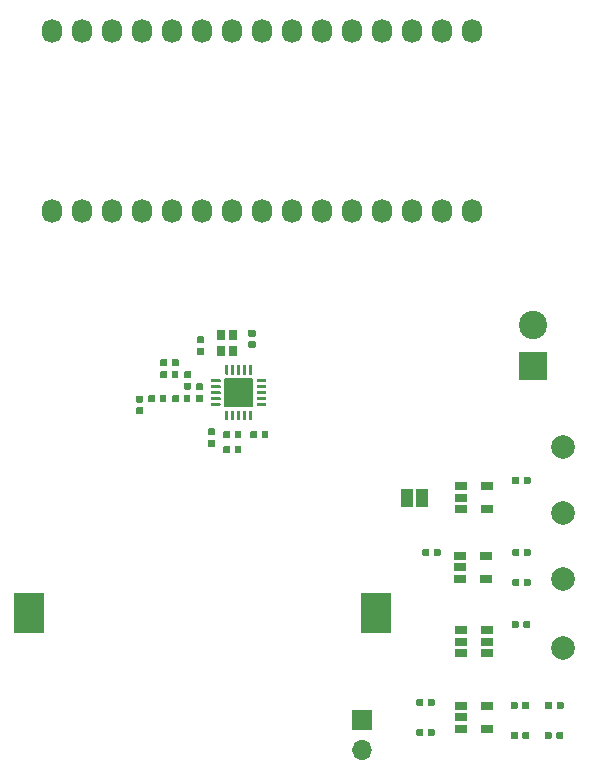
<source format=gbr>
G04 #@! TF.GenerationSoftware,KiCad,Pcbnew,(5.1.5-0-10_14)*
G04 #@! TF.CreationDate,2020-08-20T12:56:15-04:00*
G04 #@! TF.ProjectId,ESLO_PSP,45534c4f-5f50-4535-902e-6b696361645f,rev?*
G04 #@! TF.SameCoordinates,Original*
G04 #@! TF.FileFunction,Soldermask,Top*
G04 #@! TF.FilePolarity,Negative*
%FSLAX46Y46*%
G04 Gerber Fmt 4.6, Leading zero omitted, Abs format (unit mm)*
G04 Created by KiCad (PCBNEW (5.1.5-0-10_14)) date 2020-08-20 12:56:15*
%MOMM*%
%LPD*%
G04 APERTURE LIST*
%ADD10C,2.000000*%
%ADD11O,1.700000X1.700000*%
%ADD12R,1.700000X1.700000*%
%ADD13R,1.000000X1.500000*%
%ADD14C,0.100000*%
%ADD15R,0.750000X0.850000*%
%ADD16R,1.060000X0.650000*%
%ADD17C,2.400000*%
%ADD18R,2.400000X2.400000*%
%ADD19R,2.540000X3.510000*%
%ADD20O,1.727200X2.032000*%
G04 APERTURE END LIST*
D10*
X159512000Y-95504000D03*
X159512000Y-89662000D03*
X159512000Y-84074000D03*
X159512000Y-78486000D03*
D11*
X142494000Y-104140000D03*
D12*
X142494000Y-101600000D03*
D13*
X147574000Y-82804000D03*
X146274000Y-82804000D03*
D14*
G36*
X155505958Y-100010710D02*
G01*
X155520276Y-100012834D01*
X155534317Y-100016351D01*
X155547946Y-100021228D01*
X155561031Y-100027417D01*
X155573447Y-100034858D01*
X155585073Y-100043481D01*
X155595798Y-100053202D01*
X155605519Y-100063927D01*
X155614142Y-100075553D01*
X155621583Y-100087969D01*
X155627772Y-100101054D01*
X155632649Y-100114683D01*
X155636166Y-100128724D01*
X155638290Y-100143042D01*
X155639000Y-100157500D01*
X155639000Y-100502500D01*
X155638290Y-100516958D01*
X155636166Y-100531276D01*
X155632649Y-100545317D01*
X155627772Y-100558946D01*
X155621583Y-100572031D01*
X155614142Y-100584447D01*
X155605519Y-100596073D01*
X155595798Y-100606798D01*
X155585073Y-100616519D01*
X155573447Y-100625142D01*
X155561031Y-100632583D01*
X155547946Y-100638772D01*
X155534317Y-100643649D01*
X155520276Y-100647166D01*
X155505958Y-100649290D01*
X155491500Y-100650000D01*
X155196500Y-100650000D01*
X155182042Y-100649290D01*
X155167724Y-100647166D01*
X155153683Y-100643649D01*
X155140054Y-100638772D01*
X155126969Y-100632583D01*
X155114553Y-100625142D01*
X155102927Y-100616519D01*
X155092202Y-100606798D01*
X155082481Y-100596073D01*
X155073858Y-100584447D01*
X155066417Y-100572031D01*
X155060228Y-100558946D01*
X155055351Y-100545317D01*
X155051834Y-100531276D01*
X155049710Y-100516958D01*
X155049000Y-100502500D01*
X155049000Y-100157500D01*
X155049710Y-100143042D01*
X155051834Y-100128724D01*
X155055351Y-100114683D01*
X155060228Y-100101054D01*
X155066417Y-100087969D01*
X155073858Y-100075553D01*
X155082481Y-100063927D01*
X155092202Y-100053202D01*
X155102927Y-100043481D01*
X155114553Y-100034858D01*
X155126969Y-100027417D01*
X155140054Y-100021228D01*
X155153683Y-100016351D01*
X155167724Y-100012834D01*
X155182042Y-100010710D01*
X155196500Y-100010000D01*
X155491500Y-100010000D01*
X155505958Y-100010710D01*
G37*
G36*
X156475958Y-100010710D02*
G01*
X156490276Y-100012834D01*
X156504317Y-100016351D01*
X156517946Y-100021228D01*
X156531031Y-100027417D01*
X156543447Y-100034858D01*
X156555073Y-100043481D01*
X156565798Y-100053202D01*
X156575519Y-100063927D01*
X156584142Y-100075553D01*
X156591583Y-100087969D01*
X156597772Y-100101054D01*
X156602649Y-100114683D01*
X156606166Y-100128724D01*
X156608290Y-100143042D01*
X156609000Y-100157500D01*
X156609000Y-100502500D01*
X156608290Y-100516958D01*
X156606166Y-100531276D01*
X156602649Y-100545317D01*
X156597772Y-100558946D01*
X156591583Y-100572031D01*
X156584142Y-100584447D01*
X156575519Y-100596073D01*
X156565798Y-100606798D01*
X156555073Y-100616519D01*
X156543447Y-100625142D01*
X156531031Y-100632583D01*
X156517946Y-100638772D01*
X156504317Y-100643649D01*
X156490276Y-100647166D01*
X156475958Y-100649290D01*
X156461500Y-100650000D01*
X156166500Y-100650000D01*
X156152042Y-100649290D01*
X156137724Y-100647166D01*
X156123683Y-100643649D01*
X156110054Y-100638772D01*
X156096969Y-100632583D01*
X156084553Y-100625142D01*
X156072927Y-100616519D01*
X156062202Y-100606798D01*
X156052481Y-100596073D01*
X156043858Y-100584447D01*
X156036417Y-100572031D01*
X156030228Y-100558946D01*
X156025351Y-100545317D01*
X156021834Y-100531276D01*
X156019710Y-100516958D01*
X156019000Y-100502500D01*
X156019000Y-100157500D01*
X156019710Y-100143042D01*
X156021834Y-100128724D01*
X156025351Y-100114683D01*
X156030228Y-100101054D01*
X156036417Y-100087969D01*
X156043858Y-100075553D01*
X156052481Y-100063927D01*
X156062202Y-100053202D01*
X156072927Y-100043481D01*
X156084553Y-100034858D01*
X156096969Y-100027417D01*
X156110054Y-100021228D01*
X156123683Y-100016351D01*
X156137724Y-100012834D01*
X156152042Y-100010710D01*
X156166500Y-100010000D01*
X156461500Y-100010000D01*
X156475958Y-100010710D01*
G37*
D15*
X130492500Y-70294500D03*
X130492500Y-68944500D03*
X131542500Y-68944500D03*
X131542500Y-70294500D03*
D14*
G36*
X133085126Y-75375801D02*
G01*
X133091193Y-75376701D01*
X133097143Y-75378191D01*
X133102918Y-75380258D01*
X133108462Y-75382880D01*
X133113723Y-75386033D01*
X133118650Y-75389687D01*
X133123194Y-75393806D01*
X133127313Y-75398350D01*
X133130967Y-75403277D01*
X133134120Y-75408538D01*
X133136742Y-75414082D01*
X133138809Y-75419857D01*
X133140299Y-75425807D01*
X133141199Y-75431874D01*
X133141500Y-75438000D01*
X133141500Y-76138000D01*
X133141199Y-76144126D01*
X133140299Y-76150193D01*
X133138809Y-76156143D01*
X133136742Y-76161918D01*
X133134120Y-76167462D01*
X133130967Y-76172723D01*
X133127313Y-76177650D01*
X133123194Y-76182194D01*
X133118650Y-76186313D01*
X133113723Y-76189967D01*
X133108462Y-76193120D01*
X133102918Y-76195742D01*
X133097143Y-76197809D01*
X133091193Y-76199299D01*
X133085126Y-76200199D01*
X133079000Y-76200500D01*
X132954000Y-76200500D01*
X132947874Y-76200199D01*
X132941807Y-76199299D01*
X132935857Y-76197809D01*
X132930082Y-76195742D01*
X132924538Y-76193120D01*
X132919277Y-76189967D01*
X132914350Y-76186313D01*
X132909806Y-76182194D01*
X132905687Y-76177650D01*
X132902033Y-76172723D01*
X132898880Y-76167462D01*
X132896258Y-76161918D01*
X132894191Y-76156143D01*
X132892701Y-76150193D01*
X132891801Y-76144126D01*
X132891500Y-76138000D01*
X132891500Y-75438000D01*
X132891801Y-75431874D01*
X132892701Y-75425807D01*
X132894191Y-75419857D01*
X132896258Y-75414082D01*
X132898880Y-75408538D01*
X132902033Y-75403277D01*
X132905687Y-75398350D01*
X132909806Y-75393806D01*
X132914350Y-75389687D01*
X132919277Y-75386033D01*
X132924538Y-75382880D01*
X132930082Y-75380258D01*
X132935857Y-75378191D01*
X132941807Y-75376701D01*
X132947874Y-75375801D01*
X132954000Y-75375500D01*
X133079000Y-75375500D01*
X133085126Y-75375801D01*
G37*
G36*
X132585126Y-75375801D02*
G01*
X132591193Y-75376701D01*
X132597143Y-75378191D01*
X132602918Y-75380258D01*
X132608462Y-75382880D01*
X132613723Y-75386033D01*
X132618650Y-75389687D01*
X132623194Y-75393806D01*
X132627313Y-75398350D01*
X132630967Y-75403277D01*
X132634120Y-75408538D01*
X132636742Y-75414082D01*
X132638809Y-75419857D01*
X132640299Y-75425807D01*
X132641199Y-75431874D01*
X132641500Y-75438000D01*
X132641500Y-76138000D01*
X132641199Y-76144126D01*
X132640299Y-76150193D01*
X132638809Y-76156143D01*
X132636742Y-76161918D01*
X132634120Y-76167462D01*
X132630967Y-76172723D01*
X132627313Y-76177650D01*
X132623194Y-76182194D01*
X132618650Y-76186313D01*
X132613723Y-76189967D01*
X132608462Y-76193120D01*
X132602918Y-76195742D01*
X132597143Y-76197809D01*
X132591193Y-76199299D01*
X132585126Y-76200199D01*
X132579000Y-76200500D01*
X132454000Y-76200500D01*
X132447874Y-76200199D01*
X132441807Y-76199299D01*
X132435857Y-76197809D01*
X132430082Y-76195742D01*
X132424538Y-76193120D01*
X132419277Y-76189967D01*
X132414350Y-76186313D01*
X132409806Y-76182194D01*
X132405687Y-76177650D01*
X132402033Y-76172723D01*
X132398880Y-76167462D01*
X132396258Y-76161918D01*
X132394191Y-76156143D01*
X132392701Y-76150193D01*
X132391801Y-76144126D01*
X132391500Y-76138000D01*
X132391500Y-75438000D01*
X132391801Y-75431874D01*
X132392701Y-75425807D01*
X132394191Y-75419857D01*
X132396258Y-75414082D01*
X132398880Y-75408538D01*
X132402033Y-75403277D01*
X132405687Y-75398350D01*
X132409806Y-75393806D01*
X132414350Y-75389687D01*
X132419277Y-75386033D01*
X132424538Y-75382880D01*
X132430082Y-75380258D01*
X132435857Y-75378191D01*
X132441807Y-75376701D01*
X132447874Y-75375801D01*
X132454000Y-75375500D01*
X132579000Y-75375500D01*
X132585126Y-75375801D01*
G37*
G36*
X132085126Y-75375801D02*
G01*
X132091193Y-75376701D01*
X132097143Y-75378191D01*
X132102918Y-75380258D01*
X132108462Y-75382880D01*
X132113723Y-75386033D01*
X132118650Y-75389687D01*
X132123194Y-75393806D01*
X132127313Y-75398350D01*
X132130967Y-75403277D01*
X132134120Y-75408538D01*
X132136742Y-75414082D01*
X132138809Y-75419857D01*
X132140299Y-75425807D01*
X132141199Y-75431874D01*
X132141500Y-75438000D01*
X132141500Y-76138000D01*
X132141199Y-76144126D01*
X132140299Y-76150193D01*
X132138809Y-76156143D01*
X132136742Y-76161918D01*
X132134120Y-76167462D01*
X132130967Y-76172723D01*
X132127313Y-76177650D01*
X132123194Y-76182194D01*
X132118650Y-76186313D01*
X132113723Y-76189967D01*
X132108462Y-76193120D01*
X132102918Y-76195742D01*
X132097143Y-76197809D01*
X132091193Y-76199299D01*
X132085126Y-76200199D01*
X132079000Y-76200500D01*
X131954000Y-76200500D01*
X131947874Y-76200199D01*
X131941807Y-76199299D01*
X131935857Y-76197809D01*
X131930082Y-76195742D01*
X131924538Y-76193120D01*
X131919277Y-76189967D01*
X131914350Y-76186313D01*
X131909806Y-76182194D01*
X131905687Y-76177650D01*
X131902033Y-76172723D01*
X131898880Y-76167462D01*
X131896258Y-76161918D01*
X131894191Y-76156143D01*
X131892701Y-76150193D01*
X131891801Y-76144126D01*
X131891500Y-76138000D01*
X131891500Y-75438000D01*
X131891801Y-75431874D01*
X131892701Y-75425807D01*
X131894191Y-75419857D01*
X131896258Y-75414082D01*
X131898880Y-75408538D01*
X131902033Y-75403277D01*
X131905687Y-75398350D01*
X131909806Y-75393806D01*
X131914350Y-75389687D01*
X131919277Y-75386033D01*
X131924538Y-75382880D01*
X131930082Y-75380258D01*
X131935857Y-75378191D01*
X131941807Y-75376701D01*
X131947874Y-75375801D01*
X131954000Y-75375500D01*
X132079000Y-75375500D01*
X132085126Y-75375801D01*
G37*
G36*
X131585126Y-75375801D02*
G01*
X131591193Y-75376701D01*
X131597143Y-75378191D01*
X131602918Y-75380258D01*
X131608462Y-75382880D01*
X131613723Y-75386033D01*
X131618650Y-75389687D01*
X131623194Y-75393806D01*
X131627313Y-75398350D01*
X131630967Y-75403277D01*
X131634120Y-75408538D01*
X131636742Y-75414082D01*
X131638809Y-75419857D01*
X131640299Y-75425807D01*
X131641199Y-75431874D01*
X131641500Y-75438000D01*
X131641500Y-76138000D01*
X131641199Y-76144126D01*
X131640299Y-76150193D01*
X131638809Y-76156143D01*
X131636742Y-76161918D01*
X131634120Y-76167462D01*
X131630967Y-76172723D01*
X131627313Y-76177650D01*
X131623194Y-76182194D01*
X131618650Y-76186313D01*
X131613723Y-76189967D01*
X131608462Y-76193120D01*
X131602918Y-76195742D01*
X131597143Y-76197809D01*
X131591193Y-76199299D01*
X131585126Y-76200199D01*
X131579000Y-76200500D01*
X131454000Y-76200500D01*
X131447874Y-76200199D01*
X131441807Y-76199299D01*
X131435857Y-76197809D01*
X131430082Y-76195742D01*
X131424538Y-76193120D01*
X131419277Y-76189967D01*
X131414350Y-76186313D01*
X131409806Y-76182194D01*
X131405687Y-76177650D01*
X131402033Y-76172723D01*
X131398880Y-76167462D01*
X131396258Y-76161918D01*
X131394191Y-76156143D01*
X131392701Y-76150193D01*
X131391801Y-76144126D01*
X131391500Y-76138000D01*
X131391500Y-75438000D01*
X131391801Y-75431874D01*
X131392701Y-75425807D01*
X131394191Y-75419857D01*
X131396258Y-75414082D01*
X131398880Y-75408538D01*
X131402033Y-75403277D01*
X131405687Y-75398350D01*
X131409806Y-75393806D01*
X131414350Y-75389687D01*
X131419277Y-75386033D01*
X131424538Y-75382880D01*
X131430082Y-75380258D01*
X131435857Y-75378191D01*
X131441807Y-75376701D01*
X131447874Y-75375801D01*
X131454000Y-75375500D01*
X131579000Y-75375500D01*
X131585126Y-75375801D01*
G37*
G36*
X131085126Y-75375801D02*
G01*
X131091193Y-75376701D01*
X131097143Y-75378191D01*
X131102918Y-75380258D01*
X131108462Y-75382880D01*
X131113723Y-75386033D01*
X131118650Y-75389687D01*
X131123194Y-75393806D01*
X131127313Y-75398350D01*
X131130967Y-75403277D01*
X131134120Y-75408538D01*
X131136742Y-75414082D01*
X131138809Y-75419857D01*
X131140299Y-75425807D01*
X131141199Y-75431874D01*
X131141500Y-75438000D01*
X131141500Y-76138000D01*
X131141199Y-76144126D01*
X131140299Y-76150193D01*
X131138809Y-76156143D01*
X131136742Y-76161918D01*
X131134120Y-76167462D01*
X131130967Y-76172723D01*
X131127313Y-76177650D01*
X131123194Y-76182194D01*
X131118650Y-76186313D01*
X131113723Y-76189967D01*
X131108462Y-76193120D01*
X131102918Y-76195742D01*
X131097143Y-76197809D01*
X131091193Y-76199299D01*
X131085126Y-76200199D01*
X131079000Y-76200500D01*
X130954000Y-76200500D01*
X130947874Y-76200199D01*
X130941807Y-76199299D01*
X130935857Y-76197809D01*
X130930082Y-76195742D01*
X130924538Y-76193120D01*
X130919277Y-76189967D01*
X130914350Y-76186313D01*
X130909806Y-76182194D01*
X130905687Y-76177650D01*
X130902033Y-76172723D01*
X130898880Y-76167462D01*
X130896258Y-76161918D01*
X130894191Y-76156143D01*
X130892701Y-76150193D01*
X130891801Y-76144126D01*
X130891500Y-76138000D01*
X130891500Y-75438000D01*
X130891801Y-75431874D01*
X130892701Y-75425807D01*
X130894191Y-75419857D01*
X130896258Y-75414082D01*
X130898880Y-75408538D01*
X130902033Y-75403277D01*
X130905687Y-75398350D01*
X130909806Y-75393806D01*
X130914350Y-75389687D01*
X130919277Y-75386033D01*
X130924538Y-75382880D01*
X130930082Y-75380258D01*
X130935857Y-75378191D01*
X130941807Y-75376701D01*
X130947874Y-75375801D01*
X130954000Y-75375500D01*
X131079000Y-75375500D01*
X131085126Y-75375801D01*
G37*
G36*
X130435126Y-74725801D02*
G01*
X130441193Y-74726701D01*
X130447143Y-74728191D01*
X130452918Y-74730258D01*
X130458462Y-74732880D01*
X130463723Y-74736033D01*
X130468650Y-74739687D01*
X130473194Y-74743806D01*
X130477313Y-74748350D01*
X130480967Y-74753277D01*
X130484120Y-74758538D01*
X130486742Y-74764082D01*
X130488809Y-74769857D01*
X130490299Y-74775807D01*
X130491199Y-74781874D01*
X130491500Y-74788000D01*
X130491500Y-74913000D01*
X130491199Y-74919126D01*
X130490299Y-74925193D01*
X130488809Y-74931143D01*
X130486742Y-74936918D01*
X130484120Y-74942462D01*
X130480967Y-74947723D01*
X130477313Y-74952650D01*
X130473194Y-74957194D01*
X130468650Y-74961313D01*
X130463723Y-74964967D01*
X130458462Y-74968120D01*
X130452918Y-74970742D01*
X130447143Y-74972809D01*
X130441193Y-74974299D01*
X130435126Y-74975199D01*
X130429000Y-74975500D01*
X129729000Y-74975500D01*
X129722874Y-74975199D01*
X129716807Y-74974299D01*
X129710857Y-74972809D01*
X129705082Y-74970742D01*
X129699538Y-74968120D01*
X129694277Y-74964967D01*
X129689350Y-74961313D01*
X129684806Y-74957194D01*
X129680687Y-74952650D01*
X129677033Y-74947723D01*
X129673880Y-74942462D01*
X129671258Y-74936918D01*
X129669191Y-74931143D01*
X129667701Y-74925193D01*
X129666801Y-74919126D01*
X129666500Y-74913000D01*
X129666500Y-74788000D01*
X129666801Y-74781874D01*
X129667701Y-74775807D01*
X129669191Y-74769857D01*
X129671258Y-74764082D01*
X129673880Y-74758538D01*
X129677033Y-74753277D01*
X129680687Y-74748350D01*
X129684806Y-74743806D01*
X129689350Y-74739687D01*
X129694277Y-74736033D01*
X129699538Y-74732880D01*
X129705082Y-74730258D01*
X129710857Y-74728191D01*
X129716807Y-74726701D01*
X129722874Y-74725801D01*
X129729000Y-74725500D01*
X130429000Y-74725500D01*
X130435126Y-74725801D01*
G37*
G36*
X130435126Y-74225801D02*
G01*
X130441193Y-74226701D01*
X130447143Y-74228191D01*
X130452918Y-74230258D01*
X130458462Y-74232880D01*
X130463723Y-74236033D01*
X130468650Y-74239687D01*
X130473194Y-74243806D01*
X130477313Y-74248350D01*
X130480967Y-74253277D01*
X130484120Y-74258538D01*
X130486742Y-74264082D01*
X130488809Y-74269857D01*
X130490299Y-74275807D01*
X130491199Y-74281874D01*
X130491500Y-74288000D01*
X130491500Y-74413000D01*
X130491199Y-74419126D01*
X130490299Y-74425193D01*
X130488809Y-74431143D01*
X130486742Y-74436918D01*
X130484120Y-74442462D01*
X130480967Y-74447723D01*
X130477313Y-74452650D01*
X130473194Y-74457194D01*
X130468650Y-74461313D01*
X130463723Y-74464967D01*
X130458462Y-74468120D01*
X130452918Y-74470742D01*
X130447143Y-74472809D01*
X130441193Y-74474299D01*
X130435126Y-74475199D01*
X130429000Y-74475500D01*
X129729000Y-74475500D01*
X129722874Y-74475199D01*
X129716807Y-74474299D01*
X129710857Y-74472809D01*
X129705082Y-74470742D01*
X129699538Y-74468120D01*
X129694277Y-74464967D01*
X129689350Y-74461313D01*
X129684806Y-74457194D01*
X129680687Y-74452650D01*
X129677033Y-74447723D01*
X129673880Y-74442462D01*
X129671258Y-74436918D01*
X129669191Y-74431143D01*
X129667701Y-74425193D01*
X129666801Y-74419126D01*
X129666500Y-74413000D01*
X129666500Y-74288000D01*
X129666801Y-74281874D01*
X129667701Y-74275807D01*
X129669191Y-74269857D01*
X129671258Y-74264082D01*
X129673880Y-74258538D01*
X129677033Y-74253277D01*
X129680687Y-74248350D01*
X129684806Y-74243806D01*
X129689350Y-74239687D01*
X129694277Y-74236033D01*
X129699538Y-74232880D01*
X129705082Y-74230258D01*
X129710857Y-74228191D01*
X129716807Y-74226701D01*
X129722874Y-74225801D01*
X129729000Y-74225500D01*
X130429000Y-74225500D01*
X130435126Y-74225801D01*
G37*
G36*
X130435126Y-73725801D02*
G01*
X130441193Y-73726701D01*
X130447143Y-73728191D01*
X130452918Y-73730258D01*
X130458462Y-73732880D01*
X130463723Y-73736033D01*
X130468650Y-73739687D01*
X130473194Y-73743806D01*
X130477313Y-73748350D01*
X130480967Y-73753277D01*
X130484120Y-73758538D01*
X130486742Y-73764082D01*
X130488809Y-73769857D01*
X130490299Y-73775807D01*
X130491199Y-73781874D01*
X130491500Y-73788000D01*
X130491500Y-73913000D01*
X130491199Y-73919126D01*
X130490299Y-73925193D01*
X130488809Y-73931143D01*
X130486742Y-73936918D01*
X130484120Y-73942462D01*
X130480967Y-73947723D01*
X130477313Y-73952650D01*
X130473194Y-73957194D01*
X130468650Y-73961313D01*
X130463723Y-73964967D01*
X130458462Y-73968120D01*
X130452918Y-73970742D01*
X130447143Y-73972809D01*
X130441193Y-73974299D01*
X130435126Y-73975199D01*
X130429000Y-73975500D01*
X129729000Y-73975500D01*
X129722874Y-73975199D01*
X129716807Y-73974299D01*
X129710857Y-73972809D01*
X129705082Y-73970742D01*
X129699538Y-73968120D01*
X129694277Y-73964967D01*
X129689350Y-73961313D01*
X129684806Y-73957194D01*
X129680687Y-73952650D01*
X129677033Y-73947723D01*
X129673880Y-73942462D01*
X129671258Y-73936918D01*
X129669191Y-73931143D01*
X129667701Y-73925193D01*
X129666801Y-73919126D01*
X129666500Y-73913000D01*
X129666500Y-73788000D01*
X129666801Y-73781874D01*
X129667701Y-73775807D01*
X129669191Y-73769857D01*
X129671258Y-73764082D01*
X129673880Y-73758538D01*
X129677033Y-73753277D01*
X129680687Y-73748350D01*
X129684806Y-73743806D01*
X129689350Y-73739687D01*
X129694277Y-73736033D01*
X129699538Y-73732880D01*
X129705082Y-73730258D01*
X129710857Y-73728191D01*
X129716807Y-73726701D01*
X129722874Y-73725801D01*
X129729000Y-73725500D01*
X130429000Y-73725500D01*
X130435126Y-73725801D01*
G37*
G36*
X130435126Y-73225801D02*
G01*
X130441193Y-73226701D01*
X130447143Y-73228191D01*
X130452918Y-73230258D01*
X130458462Y-73232880D01*
X130463723Y-73236033D01*
X130468650Y-73239687D01*
X130473194Y-73243806D01*
X130477313Y-73248350D01*
X130480967Y-73253277D01*
X130484120Y-73258538D01*
X130486742Y-73264082D01*
X130488809Y-73269857D01*
X130490299Y-73275807D01*
X130491199Y-73281874D01*
X130491500Y-73288000D01*
X130491500Y-73413000D01*
X130491199Y-73419126D01*
X130490299Y-73425193D01*
X130488809Y-73431143D01*
X130486742Y-73436918D01*
X130484120Y-73442462D01*
X130480967Y-73447723D01*
X130477313Y-73452650D01*
X130473194Y-73457194D01*
X130468650Y-73461313D01*
X130463723Y-73464967D01*
X130458462Y-73468120D01*
X130452918Y-73470742D01*
X130447143Y-73472809D01*
X130441193Y-73474299D01*
X130435126Y-73475199D01*
X130429000Y-73475500D01*
X129729000Y-73475500D01*
X129722874Y-73475199D01*
X129716807Y-73474299D01*
X129710857Y-73472809D01*
X129705082Y-73470742D01*
X129699538Y-73468120D01*
X129694277Y-73464967D01*
X129689350Y-73461313D01*
X129684806Y-73457194D01*
X129680687Y-73452650D01*
X129677033Y-73447723D01*
X129673880Y-73442462D01*
X129671258Y-73436918D01*
X129669191Y-73431143D01*
X129667701Y-73425193D01*
X129666801Y-73419126D01*
X129666500Y-73413000D01*
X129666500Y-73288000D01*
X129666801Y-73281874D01*
X129667701Y-73275807D01*
X129669191Y-73269857D01*
X129671258Y-73264082D01*
X129673880Y-73258538D01*
X129677033Y-73253277D01*
X129680687Y-73248350D01*
X129684806Y-73243806D01*
X129689350Y-73239687D01*
X129694277Y-73236033D01*
X129699538Y-73232880D01*
X129705082Y-73230258D01*
X129710857Y-73228191D01*
X129716807Y-73226701D01*
X129722874Y-73225801D01*
X129729000Y-73225500D01*
X130429000Y-73225500D01*
X130435126Y-73225801D01*
G37*
G36*
X130435126Y-72725801D02*
G01*
X130441193Y-72726701D01*
X130447143Y-72728191D01*
X130452918Y-72730258D01*
X130458462Y-72732880D01*
X130463723Y-72736033D01*
X130468650Y-72739687D01*
X130473194Y-72743806D01*
X130477313Y-72748350D01*
X130480967Y-72753277D01*
X130484120Y-72758538D01*
X130486742Y-72764082D01*
X130488809Y-72769857D01*
X130490299Y-72775807D01*
X130491199Y-72781874D01*
X130491500Y-72788000D01*
X130491500Y-72913000D01*
X130491199Y-72919126D01*
X130490299Y-72925193D01*
X130488809Y-72931143D01*
X130486742Y-72936918D01*
X130484120Y-72942462D01*
X130480967Y-72947723D01*
X130477313Y-72952650D01*
X130473194Y-72957194D01*
X130468650Y-72961313D01*
X130463723Y-72964967D01*
X130458462Y-72968120D01*
X130452918Y-72970742D01*
X130447143Y-72972809D01*
X130441193Y-72974299D01*
X130435126Y-72975199D01*
X130429000Y-72975500D01*
X129729000Y-72975500D01*
X129722874Y-72975199D01*
X129716807Y-72974299D01*
X129710857Y-72972809D01*
X129705082Y-72970742D01*
X129699538Y-72968120D01*
X129694277Y-72964967D01*
X129689350Y-72961313D01*
X129684806Y-72957194D01*
X129680687Y-72952650D01*
X129677033Y-72947723D01*
X129673880Y-72942462D01*
X129671258Y-72936918D01*
X129669191Y-72931143D01*
X129667701Y-72925193D01*
X129666801Y-72919126D01*
X129666500Y-72913000D01*
X129666500Y-72788000D01*
X129666801Y-72781874D01*
X129667701Y-72775807D01*
X129669191Y-72769857D01*
X129671258Y-72764082D01*
X129673880Y-72758538D01*
X129677033Y-72753277D01*
X129680687Y-72748350D01*
X129684806Y-72743806D01*
X129689350Y-72739687D01*
X129694277Y-72736033D01*
X129699538Y-72732880D01*
X129705082Y-72730258D01*
X129710857Y-72728191D01*
X129716807Y-72726701D01*
X129722874Y-72725801D01*
X129729000Y-72725500D01*
X130429000Y-72725500D01*
X130435126Y-72725801D01*
G37*
G36*
X131085126Y-71500801D02*
G01*
X131091193Y-71501701D01*
X131097143Y-71503191D01*
X131102918Y-71505258D01*
X131108462Y-71507880D01*
X131113723Y-71511033D01*
X131118650Y-71514687D01*
X131123194Y-71518806D01*
X131127313Y-71523350D01*
X131130967Y-71528277D01*
X131134120Y-71533538D01*
X131136742Y-71539082D01*
X131138809Y-71544857D01*
X131140299Y-71550807D01*
X131141199Y-71556874D01*
X131141500Y-71563000D01*
X131141500Y-72263000D01*
X131141199Y-72269126D01*
X131140299Y-72275193D01*
X131138809Y-72281143D01*
X131136742Y-72286918D01*
X131134120Y-72292462D01*
X131130967Y-72297723D01*
X131127313Y-72302650D01*
X131123194Y-72307194D01*
X131118650Y-72311313D01*
X131113723Y-72314967D01*
X131108462Y-72318120D01*
X131102918Y-72320742D01*
X131097143Y-72322809D01*
X131091193Y-72324299D01*
X131085126Y-72325199D01*
X131079000Y-72325500D01*
X130954000Y-72325500D01*
X130947874Y-72325199D01*
X130941807Y-72324299D01*
X130935857Y-72322809D01*
X130930082Y-72320742D01*
X130924538Y-72318120D01*
X130919277Y-72314967D01*
X130914350Y-72311313D01*
X130909806Y-72307194D01*
X130905687Y-72302650D01*
X130902033Y-72297723D01*
X130898880Y-72292462D01*
X130896258Y-72286918D01*
X130894191Y-72281143D01*
X130892701Y-72275193D01*
X130891801Y-72269126D01*
X130891500Y-72263000D01*
X130891500Y-71563000D01*
X130891801Y-71556874D01*
X130892701Y-71550807D01*
X130894191Y-71544857D01*
X130896258Y-71539082D01*
X130898880Y-71533538D01*
X130902033Y-71528277D01*
X130905687Y-71523350D01*
X130909806Y-71518806D01*
X130914350Y-71514687D01*
X130919277Y-71511033D01*
X130924538Y-71507880D01*
X130930082Y-71505258D01*
X130935857Y-71503191D01*
X130941807Y-71501701D01*
X130947874Y-71500801D01*
X130954000Y-71500500D01*
X131079000Y-71500500D01*
X131085126Y-71500801D01*
G37*
G36*
X131585126Y-71500801D02*
G01*
X131591193Y-71501701D01*
X131597143Y-71503191D01*
X131602918Y-71505258D01*
X131608462Y-71507880D01*
X131613723Y-71511033D01*
X131618650Y-71514687D01*
X131623194Y-71518806D01*
X131627313Y-71523350D01*
X131630967Y-71528277D01*
X131634120Y-71533538D01*
X131636742Y-71539082D01*
X131638809Y-71544857D01*
X131640299Y-71550807D01*
X131641199Y-71556874D01*
X131641500Y-71563000D01*
X131641500Y-72263000D01*
X131641199Y-72269126D01*
X131640299Y-72275193D01*
X131638809Y-72281143D01*
X131636742Y-72286918D01*
X131634120Y-72292462D01*
X131630967Y-72297723D01*
X131627313Y-72302650D01*
X131623194Y-72307194D01*
X131618650Y-72311313D01*
X131613723Y-72314967D01*
X131608462Y-72318120D01*
X131602918Y-72320742D01*
X131597143Y-72322809D01*
X131591193Y-72324299D01*
X131585126Y-72325199D01*
X131579000Y-72325500D01*
X131454000Y-72325500D01*
X131447874Y-72325199D01*
X131441807Y-72324299D01*
X131435857Y-72322809D01*
X131430082Y-72320742D01*
X131424538Y-72318120D01*
X131419277Y-72314967D01*
X131414350Y-72311313D01*
X131409806Y-72307194D01*
X131405687Y-72302650D01*
X131402033Y-72297723D01*
X131398880Y-72292462D01*
X131396258Y-72286918D01*
X131394191Y-72281143D01*
X131392701Y-72275193D01*
X131391801Y-72269126D01*
X131391500Y-72263000D01*
X131391500Y-71563000D01*
X131391801Y-71556874D01*
X131392701Y-71550807D01*
X131394191Y-71544857D01*
X131396258Y-71539082D01*
X131398880Y-71533538D01*
X131402033Y-71528277D01*
X131405687Y-71523350D01*
X131409806Y-71518806D01*
X131414350Y-71514687D01*
X131419277Y-71511033D01*
X131424538Y-71507880D01*
X131430082Y-71505258D01*
X131435857Y-71503191D01*
X131441807Y-71501701D01*
X131447874Y-71500801D01*
X131454000Y-71500500D01*
X131579000Y-71500500D01*
X131585126Y-71500801D01*
G37*
G36*
X132085126Y-71500801D02*
G01*
X132091193Y-71501701D01*
X132097143Y-71503191D01*
X132102918Y-71505258D01*
X132108462Y-71507880D01*
X132113723Y-71511033D01*
X132118650Y-71514687D01*
X132123194Y-71518806D01*
X132127313Y-71523350D01*
X132130967Y-71528277D01*
X132134120Y-71533538D01*
X132136742Y-71539082D01*
X132138809Y-71544857D01*
X132140299Y-71550807D01*
X132141199Y-71556874D01*
X132141500Y-71563000D01*
X132141500Y-72263000D01*
X132141199Y-72269126D01*
X132140299Y-72275193D01*
X132138809Y-72281143D01*
X132136742Y-72286918D01*
X132134120Y-72292462D01*
X132130967Y-72297723D01*
X132127313Y-72302650D01*
X132123194Y-72307194D01*
X132118650Y-72311313D01*
X132113723Y-72314967D01*
X132108462Y-72318120D01*
X132102918Y-72320742D01*
X132097143Y-72322809D01*
X132091193Y-72324299D01*
X132085126Y-72325199D01*
X132079000Y-72325500D01*
X131954000Y-72325500D01*
X131947874Y-72325199D01*
X131941807Y-72324299D01*
X131935857Y-72322809D01*
X131930082Y-72320742D01*
X131924538Y-72318120D01*
X131919277Y-72314967D01*
X131914350Y-72311313D01*
X131909806Y-72307194D01*
X131905687Y-72302650D01*
X131902033Y-72297723D01*
X131898880Y-72292462D01*
X131896258Y-72286918D01*
X131894191Y-72281143D01*
X131892701Y-72275193D01*
X131891801Y-72269126D01*
X131891500Y-72263000D01*
X131891500Y-71563000D01*
X131891801Y-71556874D01*
X131892701Y-71550807D01*
X131894191Y-71544857D01*
X131896258Y-71539082D01*
X131898880Y-71533538D01*
X131902033Y-71528277D01*
X131905687Y-71523350D01*
X131909806Y-71518806D01*
X131914350Y-71514687D01*
X131919277Y-71511033D01*
X131924538Y-71507880D01*
X131930082Y-71505258D01*
X131935857Y-71503191D01*
X131941807Y-71501701D01*
X131947874Y-71500801D01*
X131954000Y-71500500D01*
X132079000Y-71500500D01*
X132085126Y-71500801D01*
G37*
G36*
X132585126Y-71500801D02*
G01*
X132591193Y-71501701D01*
X132597143Y-71503191D01*
X132602918Y-71505258D01*
X132608462Y-71507880D01*
X132613723Y-71511033D01*
X132618650Y-71514687D01*
X132623194Y-71518806D01*
X132627313Y-71523350D01*
X132630967Y-71528277D01*
X132634120Y-71533538D01*
X132636742Y-71539082D01*
X132638809Y-71544857D01*
X132640299Y-71550807D01*
X132641199Y-71556874D01*
X132641500Y-71563000D01*
X132641500Y-72263000D01*
X132641199Y-72269126D01*
X132640299Y-72275193D01*
X132638809Y-72281143D01*
X132636742Y-72286918D01*
X132634120Y-72292462D01*
X132630967Y-72297723D01*
X132627313Y-72302650D01*
X132623194Y-72307194D01*
X132618650Y-72311313D01*
X132613723Y-72314967D01*
X132608462Y-72318120D01*
X132602918Y-72320742D01*
X132597143Y-72322809D01*
X132591193Y-72324299D01*
X132585126Y-72325199D01*
X132579000Y-72325500D01*
X132454000Y-72325500D01*
X132447874Y-72325199D01*
X132441807Y-72324299D01*
X132435857Y-72322809D01*
X132430082Y-72320742D01*
X132424538Y-72318120D01*
X132419277Y-72314967D01*
X132414350Y-72311313D01*
X132409806Y-72307194D01*
X132405687Y-72302650D01*
X132402033Y-72297723D01*
X132398880Y-72292462D01*
X132396258Y-72286918D01*
X132394191Y-72281143D01*
X132392701Y-72275193D01*
X132391801Y-72269126D01*
X132391500Y-72263000D01*
X132391500Y-71563000D01*
X132391801Y-71556874D01*
X132392701Y-71550807D01*
X132394191Y-71544857D01*
X132396258Y-71539082D01*
X132398880Y-71533538D01*
X132402033Y-71528277D01*
X132405687Y-71523350D01*
X132409806Y-71518806D01*
X132414350Y-71514687D01*
X132419277Y-71511033D01*
X132424538Y-71507880D01*
X132430082Y-71505258D01*
X132435857Y-71503191D01*
X132441807Y-71501701D01*
X132447874Y-71500801D01*
X132454000Y-71500500D01*
X132579000Y-71500500D01*
X132585126Y-71500801D01*
G37*
G36*
X133085126Y-71500801D02*
G01*
X133091193Y-71501701D01*
X133097143Y-71503191D01*
X133102918Y-71505258D01*
X133108462Y-71507880D01*
X133113723Y-71511033D01*
X133118650Y-71514687D01*
X133123194Y-71518806D01*
X133127313Y-71523350D01*
X133130967Y-71528277D01*
X133134120Y-71533538D01*
X133136742Y-71539082D01*
X133138809Y-71544857D01*
X133140299Y-71550807D01*
X133141199Y-71556874D01*
X133141500Y-71563000D01*
X133141500Y-72263000D01*
X133141199Y-72269126D01*
X133140299Y-72275193D01*
X133138809Y-72281143D01*
X133136742Y-72286918D01*
X133134120Y-72292462D01*
X133130967Y-72297723D01*
X133127313Y-72302650D01*
X133123194Y-72307194D01*
X133118650Y-72311313D01*
X133113723Y-72314967D01*
X133108462Y-72318120D01*
X133102918Y-72320742D01*
X133097143Y-72322809D01*
X133091193Y-72324299D01*
X133085126Y-72325199D01*
X133079000Y-72325500D01*
X132954000Y-72325500D01*
X132947874Y-72325199D01*
X132941807Y-72324299D01*
X132935857Y-72322809D01*
X132930082Y-72320742D01*
X132924538Y-72318120D01*
X132919277Y-72314967D01*
X132914350Y-72311313D01*
X132909806Y-72307194D01*
X132905687Y-72302650D01*
X132902033Y-72297723D01*
X132898880Y-72292462D01*
X132896258Y-72286918D01*
X132894191Y-72281143D01*
X132892701Y-72275193D01*
X132891801Y-72269126D01*
X132891500Y-72263000D01*
X132891500Y-71563000D01*
X132891801Y-71556874D01*
X132892701Y-71550807D01*
X132894191Y-71544857D01*
X132896258Y-71539082D01*
X132898880Y-71533538D01*
X132902033Y-71528277D01*
X132905687Y-71523350D01*
X132909806Y-71518806D01*
X132914350Y-71514687D01*
X132919277Y-71511033D01*
X132924538Y-71507880D01*
X132930082Y-71505258D01*
X132935857Y-71503191D01*
X132941807Y-71501701D01*
X132947874Y-71500801D01*
X132954000Y-71500500D01*
X133079000Y-71500500D01*
X133085126Y-71500801D01*
G37*
G36*
X134310126Y-72725801D02*
G01*
X134316193Y-72726701D01*
X134322143Y-72728191D01*
X134327918Y-72730258D01*
X134333462Y-72732880D01*
X134338723Y-72736033D01*
X134343650Y-72739687D01*
X134348194Y-72743806D01*
X134352313Y-72748350D01*
X134355967Y-72753277D01*
X134359120Y-72758538D01*
X134361742Y-72764082D01*
X134363809Y-72769857D01*
X134365299Y-72775807D01*
X134366199Y-72781874D01*
X134366500Y-72788000D01*
X134366500Y-72913000D01*
X134366199Y-72919126D01*
X134365299Y-72925193D01*
X134363809Y-72931143D01*
X134361742Y-72936918D01*
X134359120Y-72942462D01*
X134355967Y-72947723D01*
X134352313Y-72952650D01*
X134348194Y-72957194D01*
X134343650Y-72961313D01*
X134338723Y-72964967D01*
X134333462Y-72968120D01*
X134327918Y-72970742D01*
X134322143Y-72972809D01*
X134316193Y-72974299D01*
X134310126Y-72975199D01*
X134304000Y-72975500D01*
X133604000Y-72975500D01*
X133597874Y-72975199D01*
X133591807Y-72974299D01*
X133585857Y-72972809D01*
X133580082Y-72970742D01*
X133574538Y-72968120D01*
X133569277Y-72964967D01*
X133564350Y-72961313D01*
X133559806Y-72957194D01*
X133555687Y-72952650D01*
X133552033Y-72947723D01*
X133548880Y-72942462D01*
X133546258Y-72936918D01*
X133544191Y-72931143D01*
X133542701Y-72925193D01*
X133541801Y-72919126D01*
X133541500Y-72913000D01*
X133541500Y-72788000D01*
X133541801Y-72781874D01*
X133542701Y-72775807D01*
X133544191Y-72769857D01*
X133546258Y-72764082D01*
X133548880Y-72758538D01*
X133552033Y-72753277D01*
X133555687Y-72748350D01*
X133559806Y-72743806D01*
X133564350Y-72739687D01*
X133569277Y-72736033D01*
X133574538Y-72732880D01*
X133580082Y-72730258D01*
X133585857Y-72728191D01*
X133591807Y-72726701D01*
X133597874Y-72725801D01*
X133604000Y-72725500D01*
X134304000Y-72725500D01*
X134310126Y-72725801D01*
G37*
G36*
X134310126Y-73225801D02*
G01*
X134316193Y-73226701D01*
X134322143Y-73228191D01*
X134327918Y-73230258D01*
X134333462Y-73232880D01*
X134338723Y-73236033D01*
X134343650Y-73239687D01*
X134348194Y-73243806D01*
X134352313Y-73248350D01*
X134355967Y-73253277D01*
X134359120Y-73258538D01*
X134361742Y-73264082D01*
X134363809Y-73269857D01*
X134365299Y-73275807D01*
X134366199Y-73281874D01*
X134366500Y-73288000D01*
X134366500Y-73413000D01*
X134366199Y-73419126D01*
X134365299Y-73425193D01*
X134363809Y-73431143D01*
X134361742Y-73436918D01*
X134359120Y-73442462D01*
X134355967Y-73447723D01*
X134352313Y-73452650D01*
X134348194Y-73457194D01*
X134343650Y-73461313D01*
X134338723Y-73464967D01*
X134333462Y-73468120D01*
X134327918Y-73470742D01*
X134322143Y-73472809D01*
X134316193Y-73474299D01*
X134310126Y-73475199D01*
X134304000Y-73475500D01*
X133604000Y-73475500D01*
X133597874Y-73475199D01*
X133591807Y-73474299D01*
X133585857Y-73472809D01*
X133580082Y-73470742D01*
X133574538Y-73468120D01*
X133569277Y-73464967D01*
X133564350Y-73461313D01*
X133559806Y-73457194D01*
X133555687Y-73452650D01*
X133552033Y-73447723D01*
X133548880Y-73442462D01*
X133546258Y-73436918D01*
X133544191Y-73431143D01*
X133542701Y-73425193D01*
X133541801Y-73419126D01*
X133541500Y-73413000D01*
X133541500Y-73288000D01*
X133541801Y-73281874D01*
X133542701Y-73275807D01*
X133544191Y-73269857D01*
X133546258Y-73264082D01*
X133548880Y-73258538D01*
X133552033Y-73253277D01*
X133555687Y-73248350D01*
X133559806Y-73243806D01*
X133564350Y-73239687D01*
X133569277Y-73236033D01*
X133574538Y-73232880D01*
X133580082Y-73230258D01*
X133585857Y-73228191D01*
X133591807Y-73226701D01*
X133597874Y-73225801D01*
X133604000Y-73225500D01*
X134304000Y-73225500D01*
X134310126Y-73225801D01*
G37*
G36*
X134310126Y-73725801D02*
G01*
X134316193Y-73726701D01*
X134322143Y-73728191D01*
X134327918Y-73730258D01*
X134333462Y-73732880D01*
X134338723Y-73736033D01*
X134343650Y-73739687D01*
X134348194Y-73743806D01*
X134352313Y-73748350D01*
X134355967Y-73753277D01*
X134359120Y-73758538D01*
X134361742Y-73764082D01*
X134363809Y-73769857D01*
X134365299Y-73775807D01*
X134366199Y-73781874D01*
X134366500Y-73788000D01*
X134366500Y-73913000D01*
X134366199Y-73919126D01*
X134365299Y-73925193D01*
X134363809Y-73931143D01*
X134361742Y-73936918D01*
X134359120Y-73942462D01*
X134355967Y-73947723D01*
X134352313Y-73952650D01*
X134348194Y-73957194D01*
X134343650Y-73961313D01*
X134338723Y-73964967D01*
X134333462Y-73968120D01*
X134327918Y-73970742D01*
X134322143Y-73972809D01*
X134316193Y-73974299D01*
X134310126Y-73975199D01*
X134304000Y-73975500D01*
X133604000Y-73975500D01*
X133597874Y-73975199D01*
X133591807Y-73974299D01*
X133585857Y-73972809D01*
X133580082Y-73970742D01*
X133574538Y-73968120D01*
X133569277Y-73964967D01*
X133564350Y-73961313D01*
X133559806Y-73957194D01*
X133555687Y-73952650D01*
X133552033Y-73947723D01*
X133548880Y-73942462D01*
X133546258Y-73936918D01*
X133544191Y-73931143D01*
X133542701Y-73925193D01*
X133541801Y-73919126D01*
X133541500Y-73913000D01*
X133541500Y-73788000D01*
X133541801Y-73781874D01*
X133542701Y-73775807D01*
X133544191Y-73769857D01*
X133546258Y-73764082D01*
X133548880Y-73758538D01*
X133552033Y-73753277D01*
X133555687Y-73748350D01*
X133559806Y-73743806D01*
X133564350Y-73739687D01*
X133569277Y-73736033D01*
X133574538Y-73732880D01*
X133580082Y-73730258D01*
X133585857Y-73728191D01*
X133591807Y-73726701D01*
X133597874Y-73725801D01*
X133604000Y-73725500D01*
X134304000Y-73725500D01*
X134310126Y-73725801D01*
G37*
G36*
X134310126Y-74225801D02*
G01*
X134316193Y-74226701D01*
X134322143Y-74228191D01*
X134327918Y-74230258D01*
X134333462Y-74232880D01*
X134338723Y-74236033D01*
X134343650Y-74239687D01*
X134348194Y-74243806D01*
X134352313Y-74248350D01*
X134355967Y-74253277D01*
X134359120Y-74258538D01*
X134361742Y-74264082D01*
X134363809Y-74269857D01*
X134365299Y-74275807D01*
X134366199Y-74281874D01*
X134366500Y-74288000D01*
X134366500Y-74413000D01*
X134366199Y-74419126D01*
X134365299Y-74425193D01*
X134363809Y-74431143D01*
X134361742Y-74436918D01*
X134359120Y-74442462D01*
X134355967Y-74447723D01*
X134352313Y-74452650D01*
X134348194Y-74457194D01*
X134343650Y-74461313D01*
X134338723Y-74464967D01*
X134333462Y-74468120D01*
X134327918Y-74470742D01*
X134322143Y-74472809D01*
X134316193Y-74474299D01*
X134310126Y-74475199D01*
X134304000Y-74475500D01*
X133604000Y-74475500D01*
X133597874Y-74475199D01*
X133591807Y-74474299D01*
X133585857Y-74472809D01*
X133580082Y-74470742D01*
X133574538Y-74468120D01*
X133569277Y-74464967D01*
X133564350Y-74461313D01*
X133559806Y-74457194D01*
X133555687Y-74452650D01*
X133552033Y-74447723D01*
X133548880Y-74442462D01*
X133546258Y-74436918D01*
X133544191Y-74431143D01*
X133542701Y-74425193D01*
X133541801Y-74419126D01*
X133541500Y-74413000D01*
X133541500Y-74288000D01*
X133541801Y-74281874D01*
X133542701Y-74275807D01*
X133544191Y-74269857D01*
X133546258Y-74264082D01*
X133548880Y-74258538D01*
X133552033Y-74253277D01*
X133555687Y-74248350D01*
X133559806Y-74243806D01*
X133564350Y-74239687D01*
X133569277Y-74236033D01*
X133574538Y-74232880D01*
X133580082Y-74230258D01*
X133585857Y-74228191D01*
X133591807Y-74226701D01*
X133597874Y-74225801D01*
X133604000Y-74225500D01*
X134304000Y-74225500D01*
X134310126Y-74225801D01*
G37*
G36*
X134310126Y-74725801D02*
G01*
X134316193Y-74726701D01*
X134322143Y-74728191D01*
X134327918Y-74730258D01*
X134333462Y-74732880D01*
X134338723Y-74736033D01*
X134343650Y-74739687D01*
X134348194Y-74743806D01*
X134352313Y-74748350D01*
X134355967Y-74753277D01*
X134359120Y-74758538D01*
X134361742Y-74764082D01*
X134363809Y-74769857D01*
X134365299Y-74775807D01*
X134366199Y-74781874D01*
X134366500Y-74788000D01*
X134366500Y-74913000D01*
X134366199Y-74919126D01*
X134365299Y-74925193D01*
X134363809Y-74931143D01*
X134361742Y-74936918D01*
X134359120Y-74942462D01*
X134355967Y-74947723D01*
X134352313Y-74952650D01*
X134348194Y-74957194D01*
X134343650Y-74961313D01*
X134338723Y-74964967D01*
X134333462Y-74968120D01*
X134327918Y-74970742D01*
X134322143Y-74972809D01*
X134316193Y-74974299D01*
X134310126Y-74975199D01*
X134304000Y-74975500D01*
X133604000Y-74975500D01*
X133597874Y-74975199D01*
X133591807Y-74974299D01*
X133585857Y-74972809D01*
X133580082Y-74970742D01*
X133574538Y-74968120D01*
X133569277Y-74964967D01*
X133564350Y-74961313D01*
X133559806Y-74957194D01*
X133555687Y-74952650D01*
X133552033Y-74947723D01*
X133548880Y-74942462D01*
X133546258Y-74936918D01*
X133544191Y-74931143D01*
X133542701Y-74925193D01*
X133541801Y-74919126D01*
X133541500Y-74913000D01*
X133541500Y-74788000D01*
X133541801Y-74781874D01*
X133542701Y-74775807D01*
X133544191Y-74769857D01*
X133546258Y-74764082D01*
X133548880Y-74758538D01*
X133552033Y-74753277D01*
X133555687Y-74748350D01*
X133559806Y-74743806D01*
X133564350Y-74739687D01*
X133569277Y-74736033D01*
X133574538Y-74732880D01*
X133580082Y-74730258D01*
X133585857Y-74728191D01*
X133591807Y-74726701D01*
X133597874Y-74725801D01*
X133604000Y-74725500D01*
X134304000Y-74725500D01*
X134310126Y-74725801D01*
G37*
G36*
X133041004Y-72601704D02*
G01*
X133065273Y-72605304D01*
X133089071Y-72611265D01*
X133112171Y-72619530D01*
X133134349Y-72630020D01*
X133155393Y-72642633D01*
X133175098Y-72657247D01*
X133193277Y-72673723D01*
X133209753Y-72691902D01*
X133224367Y-72711607D01*
X133236980Y-72732651D01*
X133247470Y-72754829D01*
X133255735Y-72777929D01*
X133261696Y-72801727D01*
X133265296Y-72825996D01*
X133266500Y-72850500D01*
X133266500Y-74850500D01*
X133265296Y-74875004D01*
X133261696Y-74899273D01*
X133255735Y-74923071D01*
X133247470Y-74946171D01*
X133236980Y-74968349D01*
X133224367Y-74989393D01*
X133209753Y-75009098D01*
X133193277Y-75027277D01*
X133175098Y-75043753D01*
X133155393Y-75058367D01*
X133134349Y-75070980D01*
X133112171Y-75081470D01*
X133089071Y-75089735D01*
X133065273Y-75095696D01*
X133041004Y-75099296D01*
X133016500Y-75100500D01*
X131016500Y-75100500D01*
X130991996Y-75099296D01*
X130967727Y-75095696D01*
X130943929Y-75089735D01*
X130920829Y-75081470D01*
X130898651Y-75070980D01*
X130877607Y-75058367D01*
X130857902Y-75043753D01*
X130839723Y-75027277D01*
X130823247Y-75009098D01*
X130808633Y-74989393D01*
X130796020Y-74968349D01*
X130785530Y-74946171D01*
X130777265Y-74923071D01*
X130771304Y-74899273D01*
X130767704Y-74875004D01*
X130766500Y-74850500D01*
X130766500Y-72850500D01*
X130767704Y-72825996D01*
X130771304Y-72801727D01*
X130777265Y-72777929D01*
X130785530Y-72754829D01*
X130796020Y-72732651D01*
X130808633Y-72711607D01*
X130823247Y-72691902D01*
X130839723Y-72673723D01*
X130857902Y-72657247D01*
X130877607Y-72642633D01*
X130898651Y-72630020D01*
X130920829Y-72619530D01*
X130943929Y-72611265D01*
X130967727Y-72605304D01*
X130991996Y-72601704D01*
X131016500Y-72600500D01*
X133016500Y-72600500D01*
X133041004Y-72601704D01*
G37*
D16*
X153076000Y-94930000D03*
X153076000Y-93980000D03*
X153076000Y-95880000D03*
X150876000Y-95880000D03*
X150876000Y-94930000D03*
X150876000Y-93980000D03*
X153076000Y-81788000D03*
X153076000Y-83688000D03*
X150876000Y-83688000D03*
X150876000Y-82738000D03*
X150876000Y-81788000D03*
D14*
G36*
X129917458Y-77851210D02*
G01*
X129931776Y-77853334D01*
X129945817Y-77856851D01*
X129959446Y-77861728D01*
X129972531Y-77867917D01*
X129984947Y-77875358D01*
X129996573Y-77883981D01*
X130007298Y-77893702D01*
X130017019Y-77904427D01*
X130025642Y-77916053D01*
X130033083Y-77928469D01*
X130039272Y-77941554D01*
X130044149Y-77955183D01*
X130047666Y-77969224D01*
X130049790Y-77983542D01*
X130050500Y-77998000D01*
X130050500Y-78293000D01*
X130049790Y-78307458D01*
X130047666Y-78321776D01*
X130044149Y-78335817D01*
X130039272Y-78349446D01*
X130033083Y-78362531D01*
X130025642Y-78374947D01*
X130017019Y-78386573D01*
X130007298Y-78397298D01*
X129996573Y-78407019D01*
X129984947Y-78415642D01*
X129972531Y-78423083D01*
X129959446Y-78429272D01*
X129945817Y-78434149D01*
X129931776Y-78437666D01*
X129917458Y-78439790D01*
X129903000Y-78440500D01*
X129558000Y-78440500D01*
X129543542Y-78439790D01*
X129529224Y-78437666D01*
X129515183Y-78434149D01*
X129501554Y-78429272D01*
X129488469Y-78423083D01*
X129476053Y-78415642D01*
X129464427Y-78407019D01*
X129453702Y-78397298D01*
X129443981Y-78386573D01*
X129435358Y-78374947D01*
X129427917Y-78362531D01*
X129421728Y-78349446D01*
X129416851Y-78335817D01*
X129413334Y-78321776D01*
X129411210Y-78307458D01*
X129410500Y-78293000D01*
X129410500Y-77998000D01*
X129411210Y-77983542D01*
X129413334Y-77969224D01*
X129416851Y-77955183D01*
X129421728Y-77941554D01*
X129427917Y-77928469D01*
X129435358Y-77916053D01*
X129443981Y-77904427D01*
X129453702Y-77893702D01*
X129464427Y-77883981D01*
X129476053Y-77875358D01*
X129488469Y-77867917D01*
X129501554Y-77861728D01*
X129515183Y-77856851D01*
X129529224Y-77853334D01*
X129543542Y-77851210D01*
X129558000Y-77850500D01*
X129903000Y-77850500D01*
X129917458Y-77851210D01*
G37*
G36*
X129917458Y-76881210D02*
G01*
X129931776Y-76883334D01*
X129945817Y-76886851D01*
X129959446Y-76891728D01*
X129972531Y-76897917D01*
X129984947Y-76905358D01*
X129996573Y-76913981D01*
X130007298Y-76923702D01*
X130017019Y-76934427D01*
X130025642Y-76946053D01*
X130033083Y-76958469D01*
X130039272Y-76971554D01*
X130044149Y-76985183D01*
X130047666Y-76999224D01*
X130049790Y-77013542D01*
X130050500Y-77028000D01*
X130050500Y-77323000D01*
X130049790Y-77337458D01*
X130047666Y-77351776D01*
X130044149Y-77365817D01*
X130039272Y-77379446D01*
X130033083Y-77392531D01*
X130025642Y-77404947D01*
X130017019Y-77416573D01*
X130007298Y-77427298D01*
X129996573Y-77437019D01*
X129984947Y-77445642D01*
X129972531Y-77453083D01*
X129959446Y-77459272D01*
X129945817Y-77464149D01*
X129931776Y-77467666D01*
X129917458Y-77469790D01*
X129903000Y-77470500D01*
X129558000Y-77470500D01*
X129543542Y-77469790D01*
X129529224Y-77467666D01*
X129515183Y-77464149D01*
X129501554Y-77459272D01*
X129488469Y-77453083D01*
X129476053Y-77445642D01*
X129464427Y-77437019D01*
X129453702Y-77427298D01*
X129443981Y-77416573D01*
X129435358Y-77404947D01*
X129427917Y-77392531D01*
X129421728Y-77379446D01*
X129416851Y-77365817D01*
X129413334Y-77351776D01*
X129411210Y-77337458D01*
X129410500Y-77323000D01*
X129410500Y-77028000D01*
X129411210Y-77013542D01*
X129413334Y-76999224D01*
X129416851Y-76985183D01*
X129421728Y-76971554D01*
X129427917Y-76958469D01*
X129435358Y-76946053D01*
X129443981Y-76934427D01*
X129453702Y-76923702D01*
X129464427Y-76913981D01*
X129476053Y-76905358D01*
X129488469Y-76897917D01*
X129501554Y-76891728D01*
X129515183Y-76886851D01*
X129529224Y-76883334D01*
X129543542Y-76881210D01*
X129558000Y-76880500D01*
X129903000Y-76880500D01*
X129917458Y-76881210D01*
G37*
G36*
X126844458Y-74039210D02*
G01*
X126858776Y-74041334D01*
X126872817Y-74044851D01*
X126886446Y-74049728D01*
X126899531Y-74055917D01*
X126911947Y-74063358D01*
X126923573Y-74071981D01*
X126934298Y-74081702D01*
X126944019Y-74092427D01*
X126952642Y-74104053D01*
X126960083Y-74116469D01*
X126966272Y-74129554D01*
X126971149Y-74143183D01*
X126974666Y-74157224D01*
X126976790Y-74171542D01*
X126977500Y-74186000D01*
X126977500Y-74531000D01*
X126976790Y-74545458D01*
X126974666Y-74559776D01*
X126971149Y-74573817D01*
X126966272Y-74587446D01*
X126960083Y-74600531D01*
X126952642Y-74612947D01*
X126944019Y-74624573D01*
X126934298Y-74635298D01*
X126923573Y-74645019D01*
X126911947Y-74653642D01*
X126899531Y-74661083D01*
X126886446Y-74667272D01*
X126872817Y-74672149D01*
X126858776Y-74675666D01*
X126844458Y-74677790D01*
X126830000Y-74678500D01*
X126535000Y-74678500D01*
X126520542Y-74677790D01*
X126506224Y-74675666D01*
X126492183Y-74672149D01*
X126478554Y-74667272D01*
X126465469Y-74661083D01*
X126453053Y-74653642D01*
X126441427Y-74645019D01*
X126430702Y-74635298D01*
X126420981Y-74624573D01*
X126412358Y-74612947D01*
X126404917Y-74600531D01*
X126398728Y-74587446D01*
X126393851Y-74573817D01*
X126390334Y-74559776D01*
X126388210Y-74545458D01*
X126387500Y-74531000D01*
X126387500Y-74186000D01*
X126388210Y-74171542D01*
X126390334Y-74157224D01*
X126393851Y-74143183D01*
X126398728Y-74129554D01*
X126404917Y-74116469D01*
X126412358Y-74104053D01*
X126420981Y-74092427D01*
X126430702Y-74081702D01*
X126441427Y-74071981D01*
X126453053Y-74063358D01*
X126465469Y-74055917D01*
X126478554Y-74049728D01*
X126492183Y-74044851D01*
X126506224Y-74041334D01*
X126520542Y-74039210D01*
X126535000Y-74038500D01*
X126830000Y-74038500D01*
X126844458Y-74039210D01*
G37*
G36*
X127814458Y-74039210D02*
G01*
X127828776Y-74041334D01*
X127842817Y-74044851D01*
X127856446Y-74049728D01*
X127869531Y-74055917D01*
X127881947Y-74063358D01*
X127893573Y-74071981D01*
X127904298Y-74081702D01*
X127914019Y-74092427D01*
X127922642Y-74104053D01*
X127930083Y-74116469D01*
X127936272Y-74129554D01*
X127941149Y-74143183D01*
X127944666Y-74157224D01*
X127946790Y-74171542D01*
X127947500Y-74186000D01*
X127947500Y-74531000D01*
X127946790Y-74545458D01*
X127944666Y-74559776D01*
X127941149Y-74573817D01*
X127936272Y-74587446D01*
X127930083Y-74600531D01*
X127922642Y-74612947D01*
X127914019Y-74624573D01*
X127904298Y-74635298D01*
X127893573Y-74645019D01*
X127881947Y-74653642D01*
X127869531Y-74661083D01*
X127856446Y-74667272D01*
X127842817Y-74672149D01*
X127828776Y-74675666D01*
X127814458Y-74677790D01*
X127800000Y-74678500D01*
X127505000Y-74678500D01*
X127490542Y-74677790D01*
X127476224Y-74675666D01*
X127462183Y-74672149D01*
X127448554Y-74667272D01*
X127435469Y-74661083D01*
X127423053Y-74653642D01*
X127411427Y-74645019D01*
X127400702Y-74635298D01*
X127390981Y-74624573D01*
X127382358Y-74612947D01*
X127374917Y-74600531D01*
X127368728Y-74587446D01*
X127363851Y-74573817D01*
X127360334Y-74559776D01*
X127358210Y-74545458D01*
X127357500Y-74531000D01*
X127357500Y-74186000D01*
X127358210Y-74171542D01*
X127360334Y-74157224D01*
X127363851Y-74143183D01*
X127368728Y-74129554D01*
X127374917Y-74116469D01*
X127382358Y-74104053D01*
X127390981Y-74092427D01*
X127400702Y-74081702D01*
X127411427Y-74071981D01*
X127423053Y-74063358D01*
X127435469Y-74055917D01*
X127448554Y-74049728D01*
X127462183Y-74044851D01*
X127476224Y-74041334D01*
X127490542Y-74039210D01*
X127505000Y-74038500D01*
X127800000Y-74038500D01*
X127814458Y-74039210D01*
G37*
G36*
X128901458Y-74041210D02*
G01*
X128915776Y-74043334D01*
X128929817Y-74046851D01*
X128943446Y-74051728D01*
X128956531Y-74057917D01*
X128968947Y-74065358D01*
X128980573Y-74073981D01*
X128991298Y-74083702D01*
X129001019Y-74094427D01*
X129009642Y-74106053D01*
X129017083Y-74118469D01*
X129023272Y-74131554D01*
X129028149Y-74145183D01*
X129031666Y-74159224D01*
X129033790Y-74173542D01*
X129034500Y-74188000D01*
X129034500Y-74483000D01*
X129033790Y-74497458D01*
X129031666Y-74511776D01*
X129028149Y-74525817D01*
X129023272Y-74539446D01*
X129017083Y-74552531D01*
X129009642Y-74564947D01*
X129001019Y-74576573D01*
X128991298Y-74587298D01*
X128980573Y-74597019D01*
X128968947Y-74605642D01*
X128956531Y-74613083D01*
X128943446Y-74619272D01*
X128929817Y-74624149D01*
X128915776Y-74627666D01*
X128901458Y-74629790D01*
X128887000Y-74630500D01*
X128542000Y-74630500D01*
X128527542Y-74629790D01*
X128513224Y-74627666D01*
X128499183Y-74624149D01*
X128485554Y-74619272D01*
X128472469Y-74613083D01*
X128460053Y-74605642D01*
X128448427Y-74597019D01*
X128437702Y-74587298D01*
X128427981Y-74576573D01*
X128419358Y-74564947D01*
X128411917Y-74552531D01*
X128405728Y-74539446D01*
X128400851Y-74525817D01*
X128397334Y-74511776D01*
X128395210Y-74497458D01*
X128394500Y-74483000D01*
X128394500Y-74188000D01*
X128395210Y-74173542D01*
X128397334Y-74159224D01*
X128400851Y-74145183D01*
X128405728Y-74131554D01*
X128411917Y-74118469D01*
X128419358Y-74106053D01*
X128427981Y-74094427D01*
X128437702Y-74083702D01*
X128448427Y-74073981D01*
X128460053Y-74065358D01*
X128472469Y-74057917D01*
X128485554Y-74051728D01*
X128499183Y-74046851D01*
X128513224Y-74043334D01*
X128527542Y-74041210D01*
X128542000Y-74040500D01*
X128887000Y-74040500D01*
X128901458Y-74041210D01*
G37*
G36*
X128901458Y-73071210D02*
G01*
X128915776Y-73073334D01*
X128929817Y-73076851D01*
X128943446Y-73081728D01*
X128956531Y-73087917D01*
X128968947Y-73095358D01*
X128980573Y-73103981D01*
X128991298Y-73113702D01*
X129001019Y-73124427D01*
X129009642Y-73136053D01*
X129017083Y-73148469D01*
X129023272Y-73161554D01*
X129028149Y-73175183D01*
X129031666Y-73189224D01*
X129033790Y-73203542D01*
X129034500Y-73218000D01*
X129034500Y-73513000D01*
X129033790Y-73527458D01*
X129031666Y-73541776D01*
X129028149Y-73555817D01*
X129023272Y-73569446D01*
X129017083Y-73582531D01*
X129009642Y-73594947D01*
X129001019Y-73606573D01*
X128991298Y-73617298D01*
X128980573Y-73627019D01*
X128968947Y-73635642D01*
X128956531Y-73643083D01*
X128943446Y-73649272D01*
X128929817Y-73654149D01*
X128915776Y-73657666D01*
X128901458Y-73659790D01*
X128887000Y-73660500D01*
X128542000Y-73660500D01*
X128527542Y-73659790D01*
X128513224Y-73657666D01*
X128499183Y-73654149D01*
X128485554Y-73649272D01*
X128472469Y-73643083D01*
X128460053Y-73635642D01*
X128448427Y-73627019D01*
X128437702Y-73617298D01*
X128427981Y-73606573D01*
X128419358Y-73594947D01*
X128411917Y-73582531D01*
X128405728Y-73569446D01*
X128400851Y-73555817D01*
X128397334Y-73541776D01*
X128395210Y-73527458D01*
X128394500Y-73513000D01*
X128394500Y-73218000D01*
X128395210Y-73203542D01*
X128397334Y-73189224D01*
X128400851Y-73175183D01*
X128405728Y-73161554D01*
X128411917Y-73148469D01*
X128419358Y-73136053D01*
X128427981Y-73124427D01*
X128437702Y-73113702D01*
X128448427Y-73103981D01*
X128460053Y-73095358D01*
X128472469Y-73087917D01*
X128485554Y-73081728D01*
X128499183Y-73076851D01*
X128513224Y-73073334D01*
X128527542Y-73071210D01*
X128542000Y-73070500D01*
X128887000Y-73070500D01*
X128901458Y-73071210D01*
G37*
G36*
X127885458Y-72032210D02*
G01*
X127899776Y-72034334D01*
X127913817Y-72037851D01*
X127927446Y-72042728D01*
X127940531Y-72048917D01*
X127952947Y-72056358D01*
X127964573Y-72064981D01*
X127975298Y-72074702D01*
X127985019Y-72085427D01*
X127993642Y-72097053D01*
X128001083Y-72109469D01*
X128007272Y-72122554D01*
X128012149Y-72136183D01*
X128015666Y-72150224D01*
X128017790Y-72164542D01*
X128018500Y-72179000D01*
X128018500Y-72474000D01*
X128017790Y-72488458D01*
X128015666Y-72502776D01*
X128012149Y-72516817D01*
X128007272Y-72530446D01*
X128001083Y-72543531D01*
X127993642Y-72555947D01*
X127985019Y-72567573D01*
X127975298Y-72578298D01*
X127964573Y-72588019D01*
X127952947Y-72596642D01*
X127940531Y-72604083D01*
X127927446Y-72610272D01*
X127913817Y-72615149D01*
X127899776Y-72618666D01*
X127885458Y-72620790D01*
X127871000Y-72621500D01*
X127526000Y-72621500D01*
X127511542Y-72620790D01*
X127497224Y-72618666D01*
X127483183Y-72615149D01*
X127469554Y-72610272D01*
X127456469Y-72604083D01*
X127444053Y-72596642D01*
X127432427Y-72588019D01*
X127421702Y-72578298D01*
X127411981Y-72567573D01*
X127403358Y-72555947D01*
X127395917Y-72543531D01*
X127389728Y-72530446D01*
X127384851Y-72516817D01*
X127381334Y-72502776D01*
X127379210Y-72488458D01*
X127378500Y-72474000D01*
X127378500Y-72179000D01*
X127379210Y-72164542D01*
X127381334Y-72150224D01*
X127384851Y-72136183D01*
X127389728Y-72122554D01*
X127395917Y-72109469D01*
X127403358Y-72097053D01*
X127411981Y-72085427D01*
X127421702Y-72074702D01*
X127432427Y-72064981D01*
X127444053Y-72056358D01*
X127456469Y-72048917D01*
X127469554Y-72042728D01*
X127483183Y-72037851D01*
X127497224Y-72034334D01*
X127511542Y-72032210D01*
X127526000Y-72031500D01*
X127871000Y-72031500D01*
X127885458Y-72032210D01*
G37*
G36*
X127885458Y-73002210D02*
G01*
X127899776Y-73004334D01*
X127913817Y-73007851D01*
X127927446Y-73012728D01*
X127940531Y-73018917D01*
X127952947Y-73026358D01*
X127964573Y-73034981D01*
X127975298Y-73044702D01*
X127985019Y-73055427D01*
X127993642Y-73067053D01*
X128001083Y-73079469D01*
X128007272Y-73092554D01*
X128012149Y-73106183D01*
X128015666Y-73120224D01*
X128017790Y-73134542D01*
X128018500Y-73149000D01*
X128018500Y-73444000D01*
X128017790Y-73458458D01*
X128015666Y-73472776D01*
X128012149Y-73486817D01*
X128007272Y-73500446D01*
X128001083Y-73513531D01*
X127993642Y-73525947D01*
X127985019Y-73537573D01*
X127975298Y-73548298D01*
X127964573Y-73558019D01*
X127952947Y-73566642D01*
X127940531Y-73574083D01*
X127927446Y-73580272D01*
X127913817Y-73585149D01*
X127899776Y-73588666D01*
X127885458Y-73590790D01*
X127871000Y-73591500D01*
X127526000Y-73591500D01*
X127511542Y-73590790D01*
X127497224Y-73588666D01*
X127483183Y-73585149D01*
X127469554Y-73580272D01*
X127456469Y-73574083D01*
X127444053Y-73566642D01*
X127432427Y-73558019D01*
X127421702Y-73548298D01*
X127411981Y-73537573D01*
X127403358Y-73525947D01*
X127395917Y-73513531D01*
X127389728Y-73500446D01*
X127384851Y-73486817D01*
X127381334Y-73472776D01*
X127379210Y-73458458D01*
X127378500Y-73444000D01*
X127378500Y-73149000D01*
X127379210Y-73134542D01*
X127381334Y-73120224D01*
X127384851Y-73106183D01*
X127389728Y-73092554D01*
X127395917Y-73079469D01*
X127403358Y-73067053D01*
X127411981Y-73055427D01*
X127421702Y-73044702D01*
X127432427Y-73034981D01*
X127444053Y-73026358D01*
X127456469Y-73018917D01*
X127469554Y-73012728D01*
X127483183Y-73007851D01*
X127497224Y-73004334D01*
X127511542Y-73002210D01*
X127526000Y-73001500D01*
X127871000Y-73001500D01*
X127885458Y-73002210D01*
G37*
G36*
X128964958Y-70063710D02*
G01*
X128979276Y-70065834D01*
X128993317Y-70069351D01*
X129006946Y-70074228D01*
X129020031Y-70080417D01*
X129032447Y-70087858D01*
X129044073Y-70096481D01*
X129054798Y-70106202D01*
X129064519Y-70116927D01*
X129073142Y-70128553D01*
X129080583Y-70140969D01*
X129086772Y-70154054D01*
X129091649Y-70167683D01*
X129095166Y-70181724D01*
X129097290Y-70196042D01*
X129098000Y-70210500D01*
X129098000Y-70505500D01*
X129097290Y-70519958D01*
X129095166Y-70534276D01*
X129091649Y-70548317D01*
X129086772Y-70561946D01*
X129080583Y-70575031D01*
X129073142Y-70587447D01*
X129064519Y-70599073D01*
X129054798Y-70609798D01*
X129044073Y-70619519D01*
X129032447Y-70628142D01*
X129020031Y-70635583D01*
X129006946Y-70641772D01*
X128993317Y-70646649D01*
X128979276Y-70650166D01*
X128964958Y-70652290D01*
X128950500Y-70653000D01*
X128605500Y-70653000D01*
X128591042Y-70652290D01*
X128576724Y-70650166D01*
X128562683Y-70646649D01*
X128549054Y-70641772D01*
X128535969Y-70635583D01*
X128523553Y-70628142D01*
X128511927Y-70619519D01*
X128501202Y-70609798D01*
X128491481Y-70599073D01*
X128482858Y-70587447D01*
X128475417Y-70575031D01*
X128469228Y-70561946D01*
X128464351Y-70548317D01*
X128460834Y-70534276D01*
X128458710Y-70519958D01*
X128458000Y-70505500D01*
X128458000Y-70210500D01*
X128458710Y-70196042D01*
X128460834Y-70181724D01*
X128464351Y-70167683D01*
X128469228Y-70154054D01*
X128475417Y-70140969D01*
X128482858Y-70128553D01*
X128491481Y-70116927D01*
X128501202Y-70106202D01*
X128511927Y-70096481D01*
X128523553Y-70087858D01*
X128535969Y-70080417D01*
X128549054Y-70074228D01*
X128562683Y-70069351D01*
X128576724Y-70065834D01*
X128591042Y-70063710D01*
X128605500Y-70063000D01*
X128950500Y-70063000D01*
X128964958Y-70063710D01*
G37*
G36*
X128964958Y-69093710D02*
G01*
X128979276Y-69095834D01*
X128993317Y-69099351D01*
X129006946Y-69104228D01*
X129020031Y-69110417D01*
X129032447Y-69117858D01*
X129044073Y-69126481D01*
X129054798Y-69136202D01*
X129064519Y-69146927D01*
X129073142Y-69158553D01*
X129080583Y-69170969D01*
X129086772Y-69184054D01*
X129091649Y-69197683D01*
X129095166Y-69211724D01*
X129097290Y-69226042D01*
X129098000Y-69240500D01*
X129098000Y-69535500D01*
X129097290Y-69549958D01*
X129095166Y-69564276D01*
X129091649Y-69578317D01*
X129086772Y-69591946D01*
X129080583Y-69605031D01*
X129073142Y-69617447D01*
X129064519Y-69629073D01*
X129054798Y-69639798D01*
X129044073Y-69649519D01*
X129032447Y-69658142D01*
X129020031Y-69665583D01*
X129006946Y-69671772D01*
X128993317Y-69676649D01*
X128979276Y-69680166D01*
X128964958Y-69682290D01*
X128950500Y-69683000D01*
X128605500Y-69683000D01*
X128591042Y-69682290D01*
X128576724Y-69680166D01*
X128562683Y-69676649D01*
X128549054Y-69671772D01*
X128535969Y-69665583D01*
X128523553Y-69658142D01*
X128511927Y-69649519D01*
X128501202Y-69639798D01*
X128491481Y-69629073D01*
X128482858Y-69617447D01*
X128475417Y-69605031D01*
X128469228Y-69591946D01*
X128464351Y-69578317D01*
X128460834Y-69564276D01*
X128458710Y-69549958D01*
X128458000Y-69535500D01*
X128458000Y-69240500D01*
X128458710Y-69226042D01*
X128460834Y-69211724D01*
X128464351Y-69197683D01*
X128469228Y-69184054D01*
X128475417Y-69170969D01*
X128482858Y-69158553D01*
X128491481Y-69146927D01*
X128501202Y-69136202D01*
X128511927Y-69126481D01*
X128523553Y-69117858D01*
X128535969Y-69110417D01*
X128549054Y-69104228D01*
X128562683Y-69099351D01*
X128576724Y-69095834D01*
X128591042Y-69093710D01*
X128605500Y-69093000D01*
X128950500Y-69093000D01*
X128964958Y-69093710D01*
G37*
G36*
X133333758Y-68514310D02*
G01*
X133348076Y-68516434D01*
X133362117Y-68519951D01*
X133375746Y-68524828D01*
X133388831Y-68531017D01*
X133401247Y-68538458D01*
X133412873Y-68547081D01*
X133423598Y-68556802D01*
X133433319Y-68567527D01*
X133441942Y-68579153D01*
X133449383Y-68591569D01*
X133455572Y-68604654D01*
X133460449Y-68618283D01*
X133463966Y-68632324D01*
X133466090Y-68646642D01*
X133466800Y-68661100D01*
X133466800Y-68956100D01*
X133466090Y-68970558D01*
X133463966Y-68984876D01*
X133460449Y-68998917D01*
X133455572Y-69012546D01*
X133449383Y-69025631D01*
X133441942Y-69038047D01*
X133433319Y-69049673D01*
X133423598Y-69060398D01*
X133412873Y-69070119D01*
X133401247Y-69078742D01*
X133388831Y-69086183D01*
X133375746Y-69092372D01*
X133362117Y-69097249D01*
X133348076Y-69100766D01*
X133333758Y-69102890D01*
X133319300Y-69103600D01*
X132974300Y-69103600D01*
X132959842Y-69102890D01*
X132945524Y-69100766D01*
X132931483Y-69097249D01*
X132917854Y-69092372D01*
X132904769Y-69086183D01*
X132892353Y-69078742D01*
X132880727Y-69070119D01*
X132870002Y-69060398D01*
X132860281Y-69049673D01*
X132851658Y-69038047D01*
X132844217Y-69025631D01*
X132838028Y-69012546D01*
X132833151Y-68998917D01*
X132829634Y-68984876D01*
X132827510Y-68970558D01*
X132826800Y-68956100D01*
X132826800Y-68661100D01*
X132827510Y-68646642D01*
X132829634Y-68632324D01*
X132833151Y-68618283D01*
X132838028Y-68604654D01*
X132844217Y-68591569D01*
X132851658Y-68579153D01*
X132860281Y-68567527D01*
X132870002Y-68556802D01*
X132880727Y-68547081D01*
X132892353Y-68538458D01*
X132904769Y-68531017D01*
X132917854Y-68524828D01*
X132931483Y-68519951D01*
X132945524Y-68516434D01*
X132959842Y-68514310D01*
X132974300Y-68513600D01*
X133319300Y-68513600D01*
X133333758Y-68514310D01*
G37*
G36*
X133333758Y-69484310D02*
G01*
X133348076Y-69486434D01*
X133362117Y-69489951D01*
X133375746Y-69494828D01*
X133388831Y-69501017D01*
X133401247Y-69508458D01*
X133412873Y-69517081D01*
X133423598Y-69526802D01*
X133433319Y-69537527D01*
X133441942Y-69549153D01*
X133449383Y-69561569D01*
X133455572Y-69574654D01*
X133460449Y-69588283D01*
X133463966Y-69602324D01*
X133466090Y-69616642D01*
X133466800Y-69631100D01*
X133466800Y-69926100D01*
X133466090Y-69940558D01*
X133463966Y-69954876D01*
X133460449Y-69968917D01*
X133455572Y-69982546D01*
X133449383Y-69995631D01*
X133441942Y-70008047D01*
X133433319Y-70019673D01*
X133423598Y-70030398D01*
X133412873Y-70040119D01*
X133401247Y-70048742D01*
X133388831Y-70056183D01*
X133375746Y-70062372D01*
X133362117Y-70067249D01*
X133348076Y-70070766D01*
X133333758Y-70072890D01*
X133319300Y-70073600D01*
X132974300Y-70073600D01*
X132959842Y-70072890D01*
X132945524Y-70070766D01*
X132931483Y-70067249D01*
X132917854Y-70062372D01*
X132904769Y-70056183D01*
X132892353Y-70048742D01*
X132880727Y-70040119D01*
X132870002Y-70030398D01*
X132860281Y-70019673D01*
X132851658Y-70008047D01*
X132844217Y-69995631D01*
X132838028Y-69982546D01*
X132833151Y-69968917D01*
X132829634Y-69954876D01*
X132827510Y-69940558D01*
X132826800Y-69926100D01*
X132826800Y-69631100D01*
X132827510Y-69616642D01*
X132829634Y-69602324D01*
X132833151Y-69588283D01*
X132838028Y-69574654D01*
X132844217Y-69561569D01*
X132851658Y-69549153D01*
X132860281Y-69537527D01*
X132870002Y-69526802D01*
X132880727Y-69517081D01*
X132892353Y-69508458D01*
X132904769Y-69501017D01*
X132917854Y-69494828D01*
X132931483Y-69489951D01*
X132945524Y-69486434D01*
X132959842Y-69484310D01*
X132974300Y-69483600D01*
X133319300Y-69483600D01*
X133333758Y-69484310D01*
G37*
G36*
X134418458Y-77087210D02*
G01*
X134432776Y-77089334D01*
X134446817Y-77092851D01*
X134460446Y-77097728D01*
X134473531Y-77103917D01*
X134485947Y-77111358D01*
X134497573Y-77119981D01*
X134508298Y-77129702D01*
X134518019Y-77140427D01*
X134526642Y-77152053D01*
X134534083Y-77164469D01*
X134540272Y-77177554D01*
X134545149Y-77191183D01*
X134548666Y-77205224D01*
X134550790Y-77219542D01*
X134551500Y-77234000D01*
X134551500Y-77579000D01*
X134550790Y-77593458D01*
X134548666Y-77607776D01*
X134545149Y-77621817D01*
X134540272Y-77635446D01*
X134534083Y-77648531D01*
X134526642Y-77660947D01*
X134518019Y-77672573D01*
X134508298Y-77683298D01*
X134497573Y-77693019D01*
X134485947Y-77701642D01*
X134473531Y-77709083D01*
X134460446Y-77715272D01*
X134446817Y-77720149D01*
X134432776Y-77723666D01*
X134418458Y-77725790D01*
X134404000Y-77726500D01*
X134109000Y-77726500D01*
X134094542Y-77725790D01*
X134080224Y-77723666D01*
X134066183Y-77720149D01*
X134052554Y-77715272D01*
X134039469Y-77709083D01*
X134027053Y-77701642D01*
X134015427Y-77693019D01*
X134004702Y-77683298D01*
X133994981Y-77672573D01*
X133986358Y-77660947D01*
X133978917Y-77648531D01*
X133972728Y-77635446D01*
X133967851Y-77621817D01*
X133964334Y-77607776D01*
X133962210Y-77593458D01*
X133961500Y-77579000D01*
X133961500Y-77234000D01*
X133962210Y-77219542D01*
X133964334Y-77205224D01*
X133967851Y-77191183D01*
X133972728Y-77177554D01*
X133978917Y-77164469D01*
X133986358Y-77152053D01*
X133994981Y-77140427D01*
X134004702Y-77129702D01*
X134015427Y-77119981D01*
X134027053Y-77111358D01*
X134039469Y-77103917D01*
X134052554Y-77097728D01*
X134066183Y-77092851D01*
X134080224Y-77089334D01*
X134094542Y-77087210D01*
X134109000Y-77086500D01*
X134404000Y-77086500D01*
X134418458Y-77087210D01*
G37*
G36*
X133448458Y-77087210D02*
G01*
X133462776Y-77089334D01*
X133476817Y-77092851D01*
X133490446Y-77097728D01*
X133503531Y-77103917D01*
X133515947Y-77111358D01*
X133527573Y-77119981D01*
X133538298Y-77129702D01*
X133548019Y-77140427D01*
X133556642Y-77152053D01*
X133564083Y-77164469D01*
X133570272Y-77177554D01*
X133575149Y-77191183D01*
X133578666Y-77205224D01*
X133580790Y-77219542D01*
X133581500Y-77234000D01*
X133581500Y-77579000D01*
X133580790Y-77593458D01*
X133578666Y-77607776D01*
X133575149Y-77621817D01*
X133570272Y-77635446D01*
X133564083Y-77648531D01*
X133556642Y-77660947D01*
X133548019Y-77672573D01*
X133538298Y-77683298D01*
X133527573Y-77693019D01*
X133515947Y-77701642D01*
X133503531Y-77709083D01*
X133490446Y-77715272D01*
X133476817Y-77720149D01*
X133462776Y-77723666D01*
X133448458Y-77725790D01*
X133434000Y-77726500D01*
X133139000Y-77726500D01*
X133124542Y-77725790D01*
X133110224Y-77723666D01*
X133096183Y-77720149D01*
X133082554Y-77715272D01*
X133069469Y-77709083D01*
X133057053Y-77701642D01*
X133045427Y-77693019D01*
X133034702Y-77683298D01*
X133024981Y-77672573D01*
X133016358Y-77660947D01*
X133008917Y-77648531D01*
X133002728Y-77635446D01*
X132997851Y-77621817D01*
X132994334Y-77607776D01*
X132992210Y-77593458D01*
X132991500Y-77579000D01*
X132991500Y-77234000D01*
X132992210Y-77219542D01*
X132994334Y-77205224D01*
X132997851Y-77191183D01*
X133002728Y-77177554D01*
X133008917Y-77164469D01*
X133016358Y-77152053D01*
X133024981Y-77140427D01*
X133034702Y-77129702D01*
X133045427Y-77119981D01*
X133057053Y-77111358D01*
X133069469Y-77103917D01*
X133082554Y-77097728D01*
X133096183Y-77092851D01*
X133110224Y-77089334D01*
X133124542Y-77087210D01*
X133139000Y-77086500D01*
X133434000Y-77086500D01*
X133448458Y-77087210D01*
G37*
G36*
X123821458Y-75080210D02*
G01*
X123835776Y-75082334D01*
X123849817Y-75085851D01*
X123863446Y-75090728D01*
X123876531Y-75096917D01*
X123888947Y-75104358D01*
X123900573Y-75112981D01*
X123911298Y-75122702D01*
X123921019Y-75133427D01*
X123929642Y-75145053D01*
X123937083Y-75157469D01*
X123943272Y-75170554D01*
X123948149Y-75184183D01*
X123951666Y-75198224D01*
X123953790Y-75212542D01*
X123954500Y-75227000D01*
X123954500Y-75522000D01*
X123953790Y-75536458D01*
X123951666Y-75550776D01*
X123948149Y-75564817D01*
X123943272Y-75578446D01*
X123937083Y-75591531D01*
X123929642Y-75603947D01*
X123921019Y-75615573D01*
X123911298Y-75626298D01*
X123900573Y-75636019D01*
X123888947Y-75644642D01*
X123876531Y-75652083D01*
X123863446Y-75658272D01*
X123849817Y-75663149D01*
X123835776Y-75666666D01*
X123821458Y-75668790D01*
X123807000Y-75669500D01*
X123462000Y-75669500D01*
X123447542Y-75668790D01*
X123433224Y-75666666D01*
X123419183Y-75663149D01*
X123405554Y-75658272D01*
X123392469Y-75652083D01*
X123380053Y-75644642D01*
X123368427Y-75636019D01*
X123357702Y-75626298D01*
X123347981Y-75615573D01*
X123339358Y-75603947D01*
X123331917Y-75591531D01*
X123325728Y-75578446D01*
X123320851Y-75564817D01*
X123317334Y-75550776D01*
X123315210Y-75536458D01*
X123314500Y-75522000D01*
X123314500Y-75227000D01*
X123315210Y-75212542D01*
X123317334Y-75198224D01*
X123320851Y-75184183D01*
X123325728Y-75170554D01*
X123331917Y-75157469D01*
X123339358Y-75145053D01*
X123347981Y-75133427D01*
X123357702Y-75122702D01*
X123368427Y-75112981D01*
X123380053Y-75104358D01*
X123392469Y-75096917D01*
X123405554Y-75090728D01*
X123419183Y-75085851D01*
X123433224Y-75082334D01*
X123447542Y-75080210D01*
X123462000Y-75079500D01*
X123807000Y-75079500D01*
X123821458Y-75080210D01*
G37*
G36*
X123821458Y-74110210D02*
G01*
X123835776Y-74112334D01*
X123849817Y-74115851D01*
X123863446Y-74120728D01*
X123876531Y-74126917D01*
X123888947Y-74134358D01*
X123900573Y-74142981D01*
X123911298Y-74152702D01*
X123921019Y-74163427D01*
X123929642Y-74175053D01*
X123937083Y-74187469D01*
X123943272Y-74200554D01*
X123948149Y-74214183D01*
X123951666Y-74228224D01*
X123953790Y-74242542D01*
X123954500Y-74257000D01*
X123954500Y-74552000D01*
X123953790Y-74566458D01*
X123951666Y-74580776D01*
X123948149Y-74594817D01*
X123943272Y-74608446D01*
X123937083Y-74621531D01*
X123929642Y-74633947D01*
X123921019Y-74645573D01*
X123911298Y-74656298D01*
X123900573Y-74666019D01*
X123888947Y-74674642D01*
X123876531Y-74682083D01*
X123863446Y-74688272D01*
X123849817Y-74693149D01*
X123835776Y-74696666D01*
X123821458Y-74698790D01*
X123807000Y-74699500D01*
X123462000Y-74699500D01*
X123447542Y-74698790D01*
X123433224Y-74696666D01*
X123419183Y-74693149D01*
X123405554Y-74688272D01*
X123392469Y-74682083D01*
X123380053Y-74674642D01*
X123368427Y-74666019D01*
X123357702Y-74656298D01*
X123347981Y-74645573D01*
X123339358Y-74633947D01*
X123331917Y-74621531D01*
X123325728Y-74608446D01*
X123320851Y-74594817D01*
X123317334Y-74580776D01*
X123315210Y-74566458D01*
X123314500Y-74552000D01*
X123314500Y-74257000D01*
X123315210Y-74242542D01*
X123317334Y-74228224D01*
X123320851Y-74214183D01*
X123325728Y-74200554D01*
X123331917Y-74187469D01*
X123339358Y-74175053D01*
X123347981Y-74163427D01*
X123357702Y-74152702D01*
X123368427Y-74142981D01*
X123380053Y-74134358D01*
X123392469Y-74126917D01*
X123405554Y-74120728D01*
X123419183Y-74115851D01*
X123433224Y-74112334D01*
X123447542Y-74110210D01*
X123462000Y-74109500D01*
X123807000Y-74109500D01*
X123821458Y-74110210D01*
G37*
G36*
X124812458Y-74039210D02*
G01*
X124826776Y-74041334D01*
X124840817Y-74044851D01*
X124854446Y-74049728D01*
X124867531Y-74055917D01*
X124879947Y-74063358D01*
X124891573Y-74071981D01*
X124902298Y-74081702D01*
X124912019Y-74092427D01*
X124920642Y-74104053D01*
X124928083Y-74116469D01*
X124934272Y-74129554D01*
X124939149Y-74143183D01*
X124942666Y-74157224D01*
X124944790Y-74171542D01*
X124945500Y-74186000D01*
X124945500Y-74531000D01*
X124944790Y-74545458D01*
X124942666Y-74559776D01*
X124939149Y-74573817D01*
X124934272Y-74587446D01*
X124928083Y-74600531D01*
X124920642Y-74612947D01*
X124912019Y-74624573D01*
X124902298Y-74635298D01*
X124891573Y-74645019D01*
X124879947Y-74653642D01*
X124867531Y-74661083D01*
X124854446Y-74667272D01*
X124840817Y-74672149D01*
X124826776Y-74675666D01*
X124812458Y-74677790D01*
X124798000Y-74678500D01*
X124503000Y-74678500D01*
X124488542Y-74677790D01*
X124474224Y-74675666D01*
X124460183Y-74672149D01*
X124446554Y-74667272D01*
X124433469Y-74661083D01*
X124421053Y-74653642D01*
X124409427Y-74645019D01*
X124398702Y-74635298D01*
X124388981Y-74624573D01*
X124380358Y-74612947D01*
X124372917Y-74600531D01*
X124366728Y-74587446D01*
X124361851Y-74573817D01*
X124358334Y-74559776D01*
X124356210Y-74545458D01*
X124355500Y-74531000D01*
X124355500Y-74186000D01*
X124356210Y-74171542D01*
X124358334Y-74157224D01*
X124361851Y-74143183D01*
X124366728Y-74129554D01*
X124372917Y-74116469D01*
X124380358Y-74104053D01*
X124388981Y-74092427D01*
X124398702Y-74081702D01*
X124409427Y-74071981D01*
X124421053Y-74063358D01*
X124433469Y-74055917D01*
X124446554Y-74049728D01*
X124460183Y-74044851D01*
X124474224Y-74041334D01*
X124488542Y-74039210D01*
X124503000Y-74038500D01*
X124798000Y-74038500D01*
X124812458Y-74039210D01*
G37*
G36*
X125782458Y-74039210D02*
G01*
X125796776Y-74041334D01*
X125810817Y-74044851D01*
X125824446Y-74049728D01*
X125837531Y-74055917D01*
X125849947Y-74063358D01*
X125861573Y-74071981D01*
X125872298Y-74081702D01*
X125882019Y-74092427D01*
X125890642Y-74104053D01*
X125898083Y-74116469D01*
X125904272Y-74129554D01*
X125909149Y-74143183D01*
X125912666Y-74157224D01*
X125914790Y-74171542D01*
X125915500Y-74186000D01*
X125915500Y-74531000D01*
X125914790Y-74545458D01*
X125912666Y-74559776D01*
X125909149Y-74573817D01*
X125904272Y-74587446D01*
X125898083Y-74600531D01*
X125890642Y-74612947D01*
X125882019Y-74624573D01*
X125872298Y-74635298D01*
X125861573Y-74645019D01*
X125849947Y-74653642D01*
X125837531Y-74661083D01*
X125824446Y-74667272D01*
X125810817Y-74672149D01*
X125796776Y-74675666D01*
X125782458Y-74677790D01*
X125768000Y-74678500D01*
X125473000Y-74678500D01*
X125458542Y-74677790D01*
X125444224Y-74675666D01*
X125430183Y-74672149D01*
X125416554Y-74667272D01*
X125403469Y-74661083D01*
X125391053Y-74653642D01*
X125379427Y-74645019D01*
X125368702Y-74635298D01*
X125358981Y-74624573D01*
X125350358Y-74612947D01*
X125342917Y-74600531D01*
X125336728Y-74587446D01*
X125331851Y-74573817D01*
X125328334Y-74559776D01*
X125326210Y-74545458D01*
X125325500Y-74531000D01*
X125325500Y-74186000D01*
X125326210Y-74171542D01*
X125328334Y-74157224D01*
X125331851Y-74143183D01*
X125336728Y-74129554D01*
X125342917Y-74116469D01*
X125350358Y-74104053D01*
X125358981Y-74092427D01*
X125368702Y-74081702D01*
X125379427Y-74071981D01*
X125391053Y-74063358D01*
X125403469Y-74055917D01*
X125416554Y-74049728D01*
X125430183Y-74044851D01*
X125444224Y-74041334D01*
X125458542Y-74039210D01*
X125473000Y-74038500D01*
X125768000Y-74038500D01*
X125782458Y-74039210D01*
G37*
G36*
X125828458Y-72007210D02*
G01*
X125842776Y-72009334D01*
X125856817Y-72012851D01*
X125870446Y-72017728D01*
X125883531Y-72023917D01*
X125895947Y-72031358D01*
X125907573Y-72039981D01*
X125918298Y-72049702D01*
X125928019Y-72060427D01*
X125936642Y-72072053D01*
X125944083Y-72084469D01*
X125950272Y-72097554D01*
X125955149Y-72111183D01*
X125958666Y-72125224D01*
X125960790Y-72139542D01*
X125961500Y-72154000D01*
X125961500Y-72499000D01*
X125960790Y-72513458D01*
X125958666Y-72527776D01*
X125955149Y-72541817D01*
X125950272Y-72555446D01*
X125944083Y-72568531D01*
X125936642Y-72580947D01*
X125928019Y-72592573D01*
X125918298Y-72603298D01*
X125907573Y-72613019D01*
X125895947Y-72621642D01*
X125883531Y-72629083D01*
X125870446Y-72635272D01*
X125856817Y-72640149D01*
X125842776Y-72643666D01*
X125828458Y-72645790D01*
X125814000Y-72646500D01*
X125519000Y-72646500D01*
X125504542Y-72645790D01*
X125490224Y-72643666D01*
X125476183Y-72640149D01*
X125462554Y-72635272D01*
X125449469Y-72629083D01*
X125437053Y-72621642D01*
X125425427Y-72613019D01*
X125414702Y-72603298D01*
X125404981Y-72592573D01*
X125396358Y-72580947D01*
X125388917Y-72568531D01*
X125382728Y-72555446D01*
X125377851Y-72541817D01*
X125374334Y-72527776D01*
X125372210Y-72513458D01*
X125371500Y-72499000D01*
X125371500Y-72154000D01*
X125372210Y-72139542D01*
X125374334Y-72125224D01*
X125377851Y-72111183D01*
X125382728Y-72097554D01*
X125388917Y-72084469D01*
X125396358Y-72072053D01*
X125404981Y-72060427D01*
X125414702Y-72049702D01*
X125425427Y-72039981D01*
X125437053Y-72031358D01*
X125449469Y-72023917D01*
X125462554Y-72017728D01*
X125476183Y-72012851D01*
X125490224Y-72009334D01*
X125504542Y-72007210D01*
X125519000Y-72006500D01*
X125814000Y-72006500D01*
X125828458Y-72007210D01*
G37*
G36*
X126798458Y-72007210D02*
G01*
X126812776Y-72009334D01*
X126826817Y-72012851D01*
X126840446Y-72017728D01*
X126853531Y-72023917D01*
X126865947Y-72031358D01*
X126877573Y-72039981D01*
X126888298Y-72049702D01*
X126898019Y-72060427D01*
X126906642Y-72072053D01*
X126914083Y-72084469D01*
X126920272Y-72097554D01*
X126925149Y-72111183D01*
X126928666Y-72125224D01*
X126930790Y-72139542D01*
X126931500Y-72154000D01*
X126931500Y-72499000D01*
X126930790Y-72513458D01*
X126928666Y-72527776D01*
X126925149Y-72541817D01*
X126920272Y-72555446D01*
X126914083Y-72568531D01*
X126906642Y-72580947D01*
X126898019Y-72592573D01*
X126888298Y-72603298D01*
X126877573Y-72613019D01*
X126865947Y-72621642D01*
X126853531Y-72629083D01*
X126840446Y-72635272D01*
X126826817Y-72640149D01*
X126812776Y-72643666D01*
X126798458Y-72645790D01*
X126784000Y-72646500D01*
X126489000Y-72646500D01*
X126474542Y-72645790D01*
X126460224Y-72643666D01*
X126446183Y-72640149D01*
X126432554Y-72635272D01*
X126419469Y-72629083D01*
X126407053Y-72621642D01*
X126395427Y-72613019D01*
X126384702Y-72603298D01*
X126374981Y-72592573D01*
X126366358Y-72580947D01*
X126358917Y-72568531D01*
X126352728Y-72555446D01*
X126347851Y-72541817D01*
X126344334Y-72527776D01*
X126342210Y-72513458D01*
X126341500Y-72499000D01*
X126341500Y-72154000D01*
X126342210Y-72139542D01*
X126344334Y-72125224D01*
X126347851Y-72111183D01*
X126352728Y-72097554D01*
X126358917Y-72084469D01*
X126366358Y-72072053D01*
X126374981Y-72060427D01*
X126384702Y-72049702D01*
X126395427Y-72039981D01*
X126407053Y-72031358D01*
X126419469Y-72023917D01*
X126432554Y-72017728D01*
X126446183Y-72012851D01*
X126460224Y-72009334D01*
X126474542Y-72007210D01*
X126489000Y-72006500D01*
X126784000Y-72006500D01*
X126798458Y-72007210D01*
G37*
G36*
X125851458Y-70991210D02*
G01*
X125865776Y-70993334D01*
X125879817Y-70996851D01*
X125893446Y-71001728D01*
X125906531Y-71007917D01*
X125918947Y-71015358D01*
X125930573Y-71023981D01*
X125941298Y-71033702D01*
X125951019Y-71044427D01*
X125959642Y-71056053D01*
X125967083Y-71068469D01*
X125973272Y-71081554D01*
X125978149Y-71095183D01*
X125981666Y-71109224D01*
X125983790Y-71123542D01*
X125984500Y-71138000D01*
X125984500Y-71483000D01*
X125983790Y-71497458D01*
X125981666Y-71511776D01*
X125978149Y-71525817D01*
X125973272Y-71539446D01*
X125967083Y-71552531D01*
X125959642Y-71564947D01*
X125951019Y-71576573D01*
X125941298Y-71587298D01*
X125930573Y-71597019D01*
X125918947Y-71605642D01*
X125906531Y-71613083D01*
X125893446Y-71619272D01*
X125879817Y-71624149D01*
X125865776Y-71627666D01*
X125851458Y-71629790D01*
X125837000Y-71630500D01*
X125542000Y-71630500D01*
X125527542Y-71629790D01*
X125513224Y-71627666D01*
X125499183Y-71624149D01*
X125485554Y-71619272D01*
X125472469Y-71613083D01*
X125460053Y-71605642D01*
X125448427Y-71597019D01*
X125437702Y-71587298D01*
X125427981Y-71576573D01*
X125419358Y-71564947D01*
X125411917Y-71552531D01*
X125405728Y-71539446D01*
X125400851Y-71525817D01*
X125397334Y-71511776D01*
X125395210Y-71497458D01*
X125394500Y-71483000D01*
X125394500Y-71138000D01*
X125395210Y-71123542D01*
X125397334Y-71109224D01*
X125400851Y-71095183D01*
X125405728Y-71081554D01*
X125411917Y-71068469D01*
X125419358Y-71056053D01*
X125427981Y-71044427D01*
X125437702Y-71033702D01*
X125448427Y-71023981D01*
X125460053Y-71015358D01*
X125472469Y-71007917D01*
X125485554Y-71001728D01*
X125499183Y-70996851D01*
X125513224Y-70993334D01*
X125527542Y-70991210D01*
X125542000Y-70990500D01*
X125837000Y-70990500D01*
X125851458Y-70991210D01*
G37*
G36*
X126821458Y-70991210D02*
G01*
X126835776Y-70993334D01*
X126849817Y-70996851D01*
X126863446Y-71001728D01*
X126876531Y-71007917D01*
X126888947Y-71015358D01*
X126900573Y-71023981D01*
X126911298Y-71033702D01*
X126921019Y-71044427D01*
X126929642Y-71056053D01*
X126937083Y-71068469D01*
X126943272Y-71081554D01*
X126948149Y-71095183D01*
X126951666Y-71109224D01*
X126953790Y-71123542D01*
X126954500Y-71138000D01*
X126954500Y-71483000D01*
X126953790Y-71497458D01*
X126951666Y-71511776D01*
X126948149Y-71525817D01*
X126943272Y-71539446D01*
X126937083Y-71552531D01*
X126929642Y-71564947D01*
X126921019Y-71576573D01*
X126911298Y-71587298D01*
X126900573Y-71597019D01*
X126888947Y-71605642D01*
X126876531Y-71613083D01*
X126863446Y-71619272D01*
X126849817Y-71624149D01*
X126835776Y-71627666D01*
X126821458Y-71629790D01*
X126807000Y-71630500D01*
X126512000Y-71630500D01*
X126497542Y-71629790D01*
X126483224Y-71627666D01*
X126469183Y-71624149D01*
X126455554Y-71619272D01*
X126442469Y-71613083D01*
X126430053Y-71605642D01*
X126418427Y-71597019D01*
X126407702Y-71587298D01*
X126397981Y-71576573D01*
X126389358Y-71564947D01*
X126381917Y-71552531D01*
X126375728Y-71539446D01*
X126370851Y-71525817D01*
X126367334Y-71511776D01*
X126365210Y-71497458D01*
X126364500Y-71483000D01*
X126364500Y-71138000D01*
X126365210Y-71123542D01*
X126367334Y-71109224D01*
X126370851Y-71095183D01*
X126375728Y-71081554D01*
X126381917Y-71068469D01*
X126389358Y-71056053D01*
X126397981Y-71044427D01*
X126407702Y-71033702D01*
X126418427Y-71023981D01*
X126430053Y-71015358D01*
X126442469Y-71007917D01*
X126455554Y-71001728D01*
X126469183Y-70996851D01*
X126483224Y-70993334D01*
X126497542Y-70991210D01*
X126512000Y-70990500D01*
X126807000Y-70990500D01*
X126821458Y-70991210D01*
G37*
G36*
X131162458Y-78357210D02*
G01*
X131176776Y-78359334D01*
X131190817Y-78362851D01*
X131204446Y-78367728D01*
X131217531Y-78373917D01*
X131229947Y-78381358D01*
X131241573Y-78389981D01*
X131252298Y-78399702D01*
X131262019Y-78410427D01*
X131270642Y-78422053D01*
X131278083Y-78434469D01*
X131284272Y-78447554D01*
X131289149Y-78461183D01*
X131292666Y-78475224D01*
X131294790Y-78489542D01*
X131295500Y-78504000D01*
X131295500Y-78849000D01*
X131294790Y-78863458D01*
X131292666Y-78877776D01*
X131289149Y-78891817D01*
X131284272Y-78905446D01*
X131278083Y-78918531D01*
X131270642Y-78930947D01*
X131262019Y-78942573D01*
X131252298Y-78953298D01*
X131241573Y-78963019D01*
X131229947Y-78971642D01*
X131217531Y-78979083D01*
X131204446Y-78985272D01*
X131190817Y-78990149D01*
X131176776Y-78993666D01*
X131162458Y-78995790D01*
X131148000Y-78996500D01*
X130853000Y-78996500D01*
X130838542Y-78995790D01*
X130824224Y-78993666D01*
X130810183Y-78990149D01*
X130796554Y-78985272D01*
X130783469Y-78979083D01*
X130771053Y-78971642D01*
X130759427Y-78963019D01*
X130748702Y-78953298D01*
X130738981Y-78942573D01*
X130730358Y-78930947D01*
X130722917Y-78918531D01*
X130716728Y-78905446D01*
X130711851Y-78891817D01*
X130708334Y-78877776D01*
X130706210Y-78863458D01*
X130705500Y-78849000D01*
X130705500Y-78504000D01*
X130706210Y-78489542D01*
X130708334Y-78475224D01*
X130711851Y-78461183D01*
X130716728Y-78447554D01*
X130722917Y-78434469D01*
X130730358Y-78422053D01*
X130738981Y-78410427D01*
X130748702Y-78399702D01*
X130759427Y-78389981D01*
X130771053Y-78381358D01*
X130783469Y-78373917D01*
X130796554Y-78367728D01*
X130810183Y-78362851D01*
X130824224Y-78359334D01*
X130838542Y-78357210D01*
X130853000Y-78356500D01*
X131148000Y-78356500D01*
X131162458Y-78357210D01*
G37*
G36*
X132132458Y-78357210D02*
G01*
X132146776Y-78359334D01*
X132160817Y-78362851D01*
X132174446Y-78367728D01*
X132187531Y-78373917D01*
X132199947Y-78381358D01*
X132211573Y-78389981D01*
X132222298Y-78399702D01*
X132232019Y-78410427D01*
X132240642Y-78422053D01*
X132248083Y-78434469D01*
X132254272Y-78447554D01*
X132259149Y-78461183D01*
X132262666Y-78475224D01*
X132264790Y-78489542D01*
X132265500Y-78504000D01*
X132265500Y-78849000D01*
X132264790Y-78863458D01*
X132262666Y-78877776D01*
X132259149Y-78891817D01*
X132254272Y-78905446D01*
X132248083Y-78918531D01*
X132240642Y-78930947D01*
X132232019Y-78942573D01*
X132222298Y-78953298D01*
X132211573Y-78963019D01*
X132199947Y-78971642D01*
X132187531Y-78979083D01*
X132174446Y-78985272D01*
X132160817Y-78990149D01*
X132146776Y-78993666D01*
X132132458Y-78995790D01*
X132118000Y-78996500D01*
X131823000Y-78996500D01*
X131808542Y-78995790D01*
X131794224Y-78993666D01*
X131780183Y-78990149D01*
X131766554Y-78985272D01*
X131753469Y-78979083D01*
X131741053Y-78971642D01*
X131729427Y-78963019D01*
X131718702Y-78953298D01*
X131708981Y-78942573D01*
X131700358Y-78930947D01*
X131692917Y-78918531D01*
X131686728Y-78905446D01*
X131681851Y-78891817D01*
X131678334Y-78877776D01*
X131676210Y-78863458D01*
X131675500Y-78849000D01*
X131675500Y-78504000D01*
X131676210Y-78489542D01*
X131678334Y-78475224D01*
X131681851Y-78461183D01*
X131686728Y-78447554D01*
X131692917Y-78434469D01*
X131700358Y-78422053D01*
X131708981Y-78410427D01*
X131718702Y-78399702D01*
X131729427Y-78389981D01*
X131741053Y-78381358D01*
X131753469Y-78373917D01*
X131766554Y-78367728D01*
X131780183Y-78362851D01*
X131794224Y-78359334D01*
X131808542Y-78357210D01*
X131823000Y-78356500D01*
X132118000Y-78356500D01*
X132132458Y-78357210D01*
G37*
G36*
X131162458Y-77087210D02*
G01*
X131176776Y-77089334D01*
X131190817Y-77092851D01*
X131204446Y-77097728D01*
X131217531Y-77103917D01*
X131229947Y-77111358D01*
X131241573Y-77119981D01*
X131252298Y-77129702D01*
X131262019Y-77140427D01*
X131270642Y-77152053D01*
X131278083Y-77164469D01*
X131284272Y-77177554D01*
X131289149Y-77191183D01*
X131292666Y-77205224D01*
X131294790Y-77219542D01*
X131295500Y-77234000D01*
X131295500Y-77579000D01*
X131294790Y-77593458D01*
X131292666Y-77607776D01*
X131289149Y-77621817D01*
X131284272Y-77635446D01*
X131278083Y-77648531D01*
X131270642Y-77660947D01*
X131262019Y-77672573D01*
X131252298Y-77683298D01*
X131241573Y-77693019D01*
X131229947Y-77701642D01*
X131217531Y-77709083D01*
X131204446Y-77715272D01*
X131190817Y-77720149D01*
X131176776Y-77723666D01*
X131162458Y-77725790D01*
X131148000Y-77726500D01*
X130853000Y-77726500D01*
X130838542Y-77725790D01*
X130824224Y-77723666D01*
X130810183Y-77720149D01*
X130796554Y-77715272D01*
X130783469Y-77709083D01*
X130771053Y-77701642D01*
X130759427Y-77693019D01*
X130748702Y-77683298D01*
X130738981Y-77672573D01*
X130730358Y-77660947D01*
X130722917Y-77648531D01*
X130716728Y-77635446D01*
X130711851Y-77621817D01*
X130708334Y-77607776D01*
X130706210Y-77593458D01*
X130705500Y-77579000D01*
X130705500Y-77234000D01*
X130706210Y-77219542D01*
X130708334Y-77205224D01*
X130711851Y-77191183D01*
X130716728Y-77177554D01*
X130722917Y-77164469D01*
X130730358Y-77152053D01*
X130738981Y-77140427D01*
X130748702Y-77129702D01*
X130759427Y-77119981D01*
X130771053Y-77111358D01*
X130783469Y-77103917D01*
X130796554Y-77097728D01*
X130810183Y-77092851D01*
X130824224Y-77089334D01*
X130838542Y-77087210D01*
X130853000Y-77086500D01*
X131148000Y-77086500D01*
X131162458Y-77087210D01*
G37*
G36*
X132132458Y-77087210D02*
G01*
X132146776Y-77089334D01*
X132160817Y-77092851D01*
X132174446Y-77097728D01*
X132187531Y-77103917D01*
X132199947Y-77111358D01*
X132211573Y-77119981D01*
X132222298Y-77129702D01*
X132232019Y-77140427D01*
X132240642Y-77152053D01*
X132248083Y-77164469D01*
X132254272Y-77177554D01*
X132259149Y-77191183D01*
X132262666Y-77205224D01*
X132264790Y-77219542D01*
X132265500Y-77234000D01*
X132265500Y-77579000D01*
X132264790Y-77593458D01*
X132262666Y-77607776D01*
X132259149Y-77621817D01*
X132254272Y-77635446D01*
X132248083Y-77648531D01*
X132240642Y-77660947D01*
X132232019Y-77672573D01*
X132222298Y-77683298D01*
X132211573Y-77693019D01*
X132199947Y-77701642D01*
X132187531Y-77709083D01*
X132174446Y-77715272D01*
X132160817Y-77720149D01*
X132146776Y-77723666D01*
X132132458Y-77725790D01*
X132118000Y-77726500D01*
X131823000Y-77726500D01*
X131808542Y-77725790D01*
X131794224Y-77723666D01*
X131780183Y-77720149D01*
X131766554Y-77715272D01*
X131753469Y-77709083D01*
X131741053Y-77701642D01*
X131729427Y-77693019D01*
X131718702Y-77683298D01*
X131708981Y-77672573D01*
X131700358Y-77660947D01*
X131692917Y-77648531D01*
X131686728Y-77635446D01*
X131681851Y-77621817D01*
X131678334Y-77607776D01*
X131676210Y-77593458D01*
X131675500Y-77579000D01*
X131675500Y-77234000D01*
X131676210Y-77219542D01*
X131678334Y-77205224D01*
X131681851Y-77191183D01*
X131686728Y-77177554D01*
X131692917Y-77164469D01*
X131700358Y-77152053D01*
X131708981Y-77140427D01*
X131718702Y-77129702D01*
X131729427Y-77119981D01*
X131741053Y-77111358D01*
X131753469Y-77103917D01*
X131766554Y-77097728D01*
X131780183Y-77092851D01*
X131794224Y-77089334D01*
X131808542Y-77087210D01*
X131823000Y-77086500D01*
X132118000Y-77086500D01*
X132132458Y-77087210D01*
G37*
D16*
X153076000Y-100396000D03*
X153076000Y-102296000D03*
X150876000Y-102296000D03*
X150876000Y-101346000D03*
X150876000Y-100396000D03*
X152992000Y-87696000D03*
X152992000Y-89596000D03*
X150792000Y-89596000D03*
X150792000Y-88646000D03*
X150792000Y-87696000D03*
D14*
G36*
X148497958Y-99756710D02*
G01*
X148512276Y-99758834D01*
X148526317Y-99762351D01*
X148539946Y-99767228D01*
X148553031Y-99773417D01*
X148565447Y-99780858D01*
X148577073Y-99789481D01*
X148587798Y-99799202D01*
X148597519Y-99809927D01*
X148606142Y-99821553D01*
X148613583Y-99833969D01*
X148619772Y-99847054D01*
X148624649Y-99860683D01*
X148628166Y-99874724D01*
X148630290Y-99889042D01*
X148631000Y-99903500D01*
X148631000Y-100248500D01*
X148630290Y-100262958D01*
X148628166Y-100277276D01*
X148624649Y-100291317D01*
X148619772Y-100304946D01*
X148613583Y-100318031D01*
X148606142Y-100330447D01*
X148597519Y-100342073D01*
X148587798Y-100352798D01*
X148577073Y-100362519D01*
X148565447Y-100371142D01*
X148553031Y-100378583D01*
X148539946Y-100384772D01*
X148526317Y-100389649D01*
X148512276Y-100393166D01*
X148497958Y-100395290D01*
X148483500Y-100396000D01*
X148188500Y-100396000D01*
X148174042Y-100395290D01*
X148159724Y-100393166D01*
X148145683Y-100389649D01*
X148132054Y-100384772D01*
X148118969Y-100378583D01*
X148106553Y-100371142D01*
X148094927Y-100362519D01*
X148084202Y-100352798D01*
X148074481Y-100342073D01*
X148065858Y-100330447D01*
X148058417Y-100318031D01*
X148052228Y-100304946D01*
X148047351Y-100291317D01*
X148043834Y-100277276D01*
X148041710Y-100262958D01*
X148041000Y-100248500D01*
X148041000Y-99903500D01*
X148041710Y-99889042D01*
X148043834Y-99874724D01*
X148047351Y-99860683D01*
X148052228Y-99847054D01*
X148058417Y-99833969D01*
X148065858Y-99821553D01*
X148074481Y-99809927D01*
X148084202Y-99799202D01*
X148094927Y-99789481D01*
X148106553Y-99780858D01*
X148118969Y-99773417D01*
X148132054Y-99767228D01*
X148145683Y-99762351D01*
X148159724Y-99758834D01*
X148174042Y-99756710D01*
X148188500Y-99756000D01*
X148483500Y-99756000D01*
X148497958Y-99756710D01*
G37*
G36*
X147527958Y-99756710D02*
G01*
X147542276Y-99758834D01*
X147556317Y-99762351D01*
X147569946Y-99767228D01*
X147583031Y-99773417D01*
X147595447Y-99780858D01*
X147607073Y-99789481D01*
X147617798Y-99799202D01*
X147627519Y-99809927D01*
X147636142Y-99821553D01*
X147643583Y-99833969D01*
X147649772Y-99847054D01*
X147654649Y-99860683D01*
X147658166Y-99874724D01*
X147660290Y-99889042D01*
X147661000Y-99903500D01*
X147661000Y-100248500D01*
X147660290Y-100262958D01*
X147658166Y-100277276D01*
X147654649Y-100291317D01*
X147649772Y-100304946D01*
X147643583Y-100318031D01*
X147636142Y-100330447D01*
X147627519Y-100342073D01*
X147617798Y-100352798D01*
X147607073Y-100362519D01*
X147595447Y-100371142D01*
X147583031Y-100378583D01*
X147569946Y-100384772D01*
X147556317Y-100389649D01*
X147542276Y-100393166D01*
X147527958Y-100395290D01*
X147513500Y-100396000D01*
X147218500Y-100396000D01*
X147204042Y-100395290D01*
X147189724Y-100393166D01*
X147175683Y-100389649D01*
X147162054Y-100384772D01*
X147148969Y-100378583D01*
X147136553Y-100371142D01*
X147124927Y-100362519D01*
X147114202Y-100352798D01*
X147104481Y-100342073D01*
X147095858Y-100330447D01*
X147088417Y-100318031D01*
X147082228Y-100304946D01*
X147077351Y-100291317D01*
X147073834Y-100277276D01*
X147071710Y-100262958D01*
X147071000Y-100248500D01*
X147071000Y-99903500D01*
X147071710Y-99889042D01*
X147073834Y-99874724D01*
X147077351Y-99860683D01*
X147082228Y-99847054D01*
X147088417Y-99833969D01*
X147095858Y-99821553D01*
X147104481Y-99809927D01*
X147114202Y-99799202D01*
X147124927Y-99789481D01*
X147136553Y-99780858D01*
X147148969Y-99773417D01*
X147162054Y-99767228D01*
X147175683Y-99762351D01*
X147189724Y-99758834D01*
X147204042Y-99756710D01*
X147218500Y-99756000D01*
X147513500Y-99756000D01*
X147527958Y-99756710D01*
G37*
G36*
X147527958Y-102296710D02*
G01*
X147542276Y-102298834D01*
X147556317Y-102302351D01*
X147569946Y-102307228D01*
X147583031Y-102313417D01*
X147595447Y-102320858D01*
X147607073Y-102329481D01*
X147617798Y-102339202D01*
X147627519Y-102349927D01*
X147636142Y-102361553D01*
X147643583Y-102373969D01*
X147649772Y-102387054D01*
X147654649Y-102400683D01*
X147658166Y-102414724D01*
X147660290Y-102429042D01*
X147661000Y-102443500D01*
X147661000Y-102788500D01*
X147660290Y-102802958D01*
X147658166Y-102817276D01*
X147654649Y-102831317D01*
X147649772Y-102844946D01*
X147643583Y-102858031D01*
X147636142Y-102870447D01*
X147627519Y-102882073D01*
X147617798Y-102892798D01*
X147607073Y-102902519D01*
X147595447Y-102911142D01*
X147583031Y-102918583D01*
X147569946Y-102924772D01*
X147556317Y-102929649D01*
X147542276Y-102933166D01*
X147527958Y-102935290D01*
X147513500Y-102936000D01*
X147218500Y-102936000D01*
X147204042Y-102935290D01*
X147189724Y-102933166D01*
X147175683Y-102929649D01*
X147162054Y-102924772D01*
X147148969Y-102918583D01*
X147136553Y-102911142D01*
X147124927Y-102902519D01*
X147114202Y-102892798D01*
X147104481Y-102882073D01*
X147095858Y-102870447D01*
X147088417Y-102858031D01*
X147082228Y-102844946D01*
X147077351Y-102831317D01*
X147073834Y-102817276D01*
X147071710Y-102802958D01*
X147071000Y-102788500D01*
X147071000Y-102443500D01*
X147071710Y-102429042D01*
X147073834Y-102414724D01*
X147077351Y-102400683D01*
X147082228Y-102387054D01*
X147088417Y-102373969D01*
X147095858Y-102361553D01*
X147104481Y-102349927D01*
X147114202Y-102339202D01*
X147124927Y-102329481D01*
X147136553Y-102320858D01*
X147148969Y-102313417D01*
X147162054Y-102307228D01*
X147175683Y-102302351D01*
X147189724Y-102298834D01*
X147204042Y-102296710D01*
X147218500Y-102296000D01*
X147513500Y-102296000D01*
X147527958Y-102296710D01*
G37*
G36*
X148497958Y-102296710D02*
G01*
X148512276Y-102298834D01*
X148526317Y-102302351D01*
X148539946Y-102307228D01*
X148553031Y-102313417D01*
X148565447Y-102320858D01*
X148577073Y-102329481D01*
X148587798Y-102339202D01*
X148597519Y-102349927D01*
X148606142Y-102361553D01*
X148613583Y-102373969D01*
X148619772Y-102387054D01*
X148624649Y-102400683D01*
X148628166Y-102414724D01*
X148630290Y-102429042D01*
X148631000Y-102443500D01*
X148631000Y-102788500D01*
X148630290Y-102802958D01*
X148628166Y-102817276D01*
X148624649Y-102831317D01*
X148619772Y-102844946D01*
X148613583Y-102858031D01*
X148606142Y-102870447D01*
X148597519Y-102882073D01*
X148587798Y-102892798D01*
X148577073Y-102902519D01*
X148565447Y-102911142D01*
X148553031Y-102918583D01*
X148539946Y-102924772D01*
X148526317Y-102929649D01*
X148512276Y-102933166D01*
X148497958Y-102935290D01*
X148483500Y-102936000D01*
X148188500Y-102936000D01*
X148174042Y-102935290D01*
X148159724Y-102933166D01*
X148145683Y-102929649D01*
X148132054Y-102924772D01*
X148118969Y-102918583D01*
X148106553Y-102911142D01*
X148094927Y-102902519D01*
X148084202Y-102892798D01*
X148074481Y-102882073D01*
X148065858Y-102870447D01*
X148058417Y-102858031D01*
X148052228Y-102844946D01*
X148047351Y-102831317D01*
X148043834Y-102817276D01*
X148041710Y-102802958D01*
X148041000Y-102788500D01*
X148041000Y-102443500D01*
X148041710Y-102429042D01*
X148043834Y-102414724D01*
X148047351Y-102400683D01*
X148052228Y-102387054D01*
X148058417Y-102373969D01*
X148065858Y-102361553D01*
X148074481Y-102349927D01*
X148084202Y-102339202D01*
X148094927Y-102329481D01*
X148106553Y-102320858D01*
X148118969Y-102313417D01*
X148132054Y-102307228D01*
X148145683Y-102302351D01*
X148159724Y-102298834D01*
X148174042Y-102296710D01*
X148188500Y-102296000D01*
X148483500Y-102296000D01*
X148497958Y-102296710D01*
G37*
G36*
X148035958Y-87056710D02*
G01*
X148050276Y-87058834D01*
X148064317Y-87062351D01*
X148077946Y-87067228D01*
X148091031Y-87073417D01*
X148103447Y-87080858D01*
X148115073Y-87089481D01*
X148125798Y-87099202D01*
X148135519Y-87109927D01*
X148144142Y-87121553D01*
X148151583Y-87133969D01*
X148157772Y-87147054D01*
X148162649Y-87160683D01*
X148166166Y-87174724D01*
X148168290Y-87189042D01*
X148169000Y-87203500D01*
X148169000Y-87548500D01*
X148168290Y-87562958D01*
X148166166Y-87577276D01*
X148162649Y-87591317D01*
X148157772Y-87604946D01*
X148151583Y-87618031D01*
X148144142Y-87630447D01*
X148135519Y-87642073D01*
X148125798Y-87652798D01*
X148115073Y-87662519D01*
X148103447Y-87671142D01*
X148091031Y-87678583D01*
X148077946Y-87684772D01*
X148064317Y-87689649D01*
X148050276Y-87693166D01*
X148035958Y-87695290D01*
X148021500Y-87696000D01*
X147726500Y-87696000D01*
X147712042Y-87695290D01*
X147697724Y-87693166D01*
X147683683Y-87689649D01*
X147670054Y-87684772D01*
X147656969Y-87678583D01*
X147644553Y-87671142D01*
X147632927Y-87662519D01*
X147622202Y-87652798D01*
X147612481Y-87642073D01*
X147603858Y-87630447D01*
X147596417Y-87618031D01*
X147590228Y-87604946D01*
X147585351Y-87591317D01*
X147581834Y-87577276D01*
X147579710Y-87562958D01*
X147579000Y-87548500D01*
X147579000Y-87203500D01*
X147579710Y-87189042D01*
X147581834Y-87174724D01*
X147585351Y-87160683D01*
X147590228Y-87147054D01*
X147596417Y-87133969D01*
X147603858Y-87121553D01*
X147612481Y-87109927D01*
X147622202Y-87099202D01*
X147632927Y-87089481D01*
X147644553Y-87080858D01*
X147656969Y-87073417D01*
X147670054Y-87067228D01*
X147683683Y-87062351D01*
X147697724Y-87058834D01*
X147712042Y-87056710D01*
X147726500Y-87056000D01*
X148021500Y-87056000D01*
X148035958Y-87056710D01*
G37*
G36*
X149005958Y-87056710D02*
G01*
X149020276Y-87058834D01*
X149034317Y-87062351D01*
X149047946Y-87067228D01*
X149061031Y-87073417D01*
X149073447Y-87080858D01*
X149085073Y-87089481D01*
X149095798Y-87099202D01*
X149105519Y-87109927D01*
X149114142Y-87121553D01*
X149121583Y-87133969D01*
X149127772Y-87147054D01*
X149132649Y-87160683D01*
X149136166Y-87174724D01*
X149138290Y-87189042D01*
X149139000Y-87203500D01*
X149139000Y-87548500D01*
X149138290Y-87562958D01*
X149136166Y-87577276D01*
X149132649Y-87591317D01*
X149127772Y-87604946D01*
X149121583Y-87618031D01*
X149114142Y-87630447D01*
X149105519Y-87642073D01*
X149095798Y-87652798D01*
X149085073Y-87662519D01*
X149073447Y-87671142D01*
X149061031Y-87678583D01*
X149047946Y-87684772D01*
X149034317Y-87689649D01*
X149020276Y-87693166D01*
X149005958Y-87695290D01*
X148991500Y-87696000D01*
X148696500Y-87696000D01*
X148682042Y-87695290D01*
X148667724Y-87693166D01*
X148653683Y-87689649D01*
X148640054Y-87684772D01*
X148626969Y-87678583D01*
X148614553Y-87671142D01*
X148602927Y-87662519D01*
X148592202Y-87652798D01*
X148582481Y-87642073D01*
X148573858Y-87630447D01*
X148566417Y-87618031D01*
X148560228Y-87604946D01*
X148555351Y-87591317D01*
X148551834Y-87577276D01*
X148549710Y-87562958D01*
X148549000Y-87548500D01*
X148549000Y-87203500D01*
X148549710Y-87189042D01*
X148551834Y-87174724D01*
X148555351Y-87160683D01*
X148560228Y-87147054D01*
X148566417Y-87133969D01*
X148573858Y-87121553D01*
X148582481Y-87109927D01*
X148592202Y-87099202D01*
X148602927Y-87089481D01*
X148614553Y-87080858D01*
X148626969Y-87073417D01*
X148640054Y-87067228D01*
X148653683Y-87062351D01*
X148667724Y-87058834D01*
X148682042Y-87056710D01*
X148696500Y-87056000D01*
X148991500Y-87056000D01*
X149005958Y-87056710D01*
G37*
D17*
X156972000Y-68128000D03*
D18*
X156972000Y-71628000D03*
D14*
G36*
X155528958Y-102550710D02*
G01*
X155543276Y-102552834D01*
X155557317Y-102556351D01*
X155570946Y-102561228D01*
X155584031Y-102567417D01*
X155596447Y-102574858D01*
X155608073Y-102583481D01*
X155618798Y-102593202D01*
X155628519Y-102603927D01*
X155637142Y-102615553D01*
X155644583Y-102627969D01*
X155650772Y-102641054D01*
X155655649Y-102654683D01*
X155659166Y-102668724D01*
X155661290Y-102683042D01*
X155662000Y-102697500D01*
X155662000Y-103042500D01*
X155661290Y-103056958D01*
X155659166Y-103071276D01*
X155655649Y-103085317D01*
X155650772Y-103098946D01*
X155644583Y-103112031D01*
X155637142Y-103124447D01*
X155628519Y-103136073D01*
X155618798Y-103146798D01*
X155608073Y-103156519D01*
X155596447Y-103165142D01*
X155584031Y-103172583D01*
X155570946Y-103178772D01*
X155557317Y-103183649D01*
X155543276Y-103187166D01*
X155528958Y-103189290D01*
X155514500Y-103190000D01*
X155219500Y-103190000D01*
X155205042Y-103189290D01*
X155190724Y-103187166D01*
X155176683Y-103183649D01*
X155163054Y-103178772D01*
X155149969Y-103172583D01*
X155137553Y-103165142D01*
X155125927Y-103156519D01*
X155115202Y-103146798D01*
X155105481Y-103136073D01*
X155096858Y-103124447D01*
X155089417Y-103112031D01*
X155083228Y-103098946D01*
X155078351Y-103085317D01*
X155074834Y-103071276D01*
X155072710Y-103056958D01*
X155072000Y-103042500D01*
X155072000Y-102697500D01*
X155072710Y-102683042D01*
X155074834Y-102668724D01*
X155078351Y-102654683D01*
X155083228Y-102641054D01*
X155089417Y-102627969D01*
X155096858Y-102615553D01*
X155105481Y-102603927D01*
X155115202Y-102593202D01*
X155125927Y-102583481D01*
X155137553Y-102574858D01*
X155149969Y-102567417D01*
X155163054Y-102561228D01*
X155176683Y-102556351D01*
X155190724Y-102552834D01*
X155205042Y-102550710D01*
X155219500Y-102550000D01*
X155514500Y-102550000D01*
X155528958Y-102550710D01*
G37*
G36*
X156498958Y-102550710D02*
G01*
X156513276Y-102552834D01*
X156527317Y-102556351D01*
X156540946Y-102561228D01*
X156554031Y-102567417D01*
X156566447Y-102574858D01*
X156578073Y-102583481D01*
X156588798Y-102593202D01*
X156598519Y-102603927D01*
X156607142Y-102615553D01*
X156614583Y-102627969D01*
X156620772Y-102641054D01*
X156625649Y-102654683D01*
X156629166Y-102668724D01*
X156631290Y-102683042D01*
X156632000Y-102697500D01*
X156632000Y-103042500D01*
X156631290Y-103056958D01*
X156629166Y-103071276D01*
X156625649Y-103085317D01*
X156620772Y-103098946D01*
X156614583Y-103112031D01*
X156607142Y-103124447D01*
X156598519Y-103136073D01*
X156588798Y-103146798D01*
X156578073Y-103156519D01*
X156566447Y-103165142D01*
X156554031Y-103172583D01*
X156540946Y-103178772D01*
X156527317Y-103183649D01*
X156513276Y-103187166D01*
X156498958Y-103189290D01*
X156484500Y-103190000D01*
X156189500Y-103190000D01*
X156175042Y-103189290D01*
X156160724Y-103187166D01*
X156146683Y-103183649D01*
X156133054Y-103178772D01*
X156119969Y-103172583D01*
X156107553Y-103165142D01*
X156095927Y-103156519D01*
X156085202Y-103146798D01*
X156075481Y-103136073D01*
X156066858Y-103124447D01*
X156059417Y-103112031D01*
X156053228Y-103098946D01*
X156048351Y-103085317D01*
X156044834Y-103071276D01*
X156042710Y-103056958D01*
X156042000Y-103042500D01*
X156042000Y-102697500D01*
X156042710Y-102683042D01*
X156044834Y-102668724D01*
X156048351Y-102654683D01*
X156053228Y-102641054D01*
X156059417Y-102627969D01*
X156066858Y-102615553D01*
X156075481Y-102603927D01*
X156085202Y-102593202D01*
X156095927Y-102583481D01*
X156107553Y-102574858D01*
X156119969Y-102567417D01*
X156133054Y-102561228D01*
X156146683Y-102556351D01*
X156160724Y-102552834D01*
X156175042Y-102550710D01*
X156189500Y-102550000D01*
X156484500Y-102550000D01*
X156498958Y-102550710D01*
G37*
G36*
X158403958Y-102550710D02*
G01*
X158418276Y-102552834D01*
X158432317Y-102556351D01*
X158445946Y-102561228D01*
X158459031Y-102567417D01*
X158471447Y-102574858D01*
X158483073Y-102583481D01*
X158493798Y-102593202D01*
X158503519Y-102603927D01*
X158512142Y-102615553D01*
X158519583Y-102627969D01*
X158525772Y-102641054D01*
X158530649Y-102654683D01*
X158534166Y-102668724D01*
X158536290Y-102683042D01*
X158537000Y-102697500D01*
X158537000Y-103042500D01*
X158536290Y-103056958D01*
X158534166Y-103071276D01*
X158530649Y-103085317D01*
X158525772Y-103098946D01*
X158519583Y-103112031D01*
X158512142Y-103124447D01*
X158503519Y-103136073D01*
X158493798Y-103146798D01*
X158483073Y-103156519D01*
X158471447Y-103165142D01*
X158459031Y-103172583D01*
X158445946Y-103178772D01*
X158432317Y-103183649D01*
X158418276Y-103187166D01*
X158403958Y-103189290D01*
X158389500Y-103190000D01*
X158094500Y-103190000D01*
X158080042Y-103189290D01*
X158065724Y-103187166D01*
X158051683Y-103183649D01*
X158038054Y-103178772D01*
X158024969Y-103172583D01*
X158012553Y-103165142D01*
X158000927Y-103156519D01*
X157990202Y-103146798D01*
X157980481Y-103136073D01*
X157971858Y-103124447D01*
X157964417Y-103112031D01*
X157958228Y-103098946D01*
X157953351Y-103085317D01*
X157949834Y-103071276D01*
X157947710Y-103056958D01*
X157947000Y-103042500D01*
X157947000Y-102697500D01*
X157947710Y-102683042D01*
X157949834Y-102668724D01*
X157953351Y-102654683D01*
X157958228Y-102641054D01*
X157964417Y-102627969D01*
X157971858Y-102615553D01*
X157980481Y-102603927D01*
X157990202Y-102593202D01*
X158000927Y-102583481D01*
X158012553Y-102574858D01*
X158024969Y-102567417D01*
X158038054Y-102561228D01*
X158051683Y-102556351D01*
X158065724Y-102552834D01*
X158080042Y-102550710D01*
X158094500Y-102550000D01*
X158389500Y-102550000D01*
X158403958Y-102550710D01*
G37*
G36*
X159373958Y-102550710D02*
G01*
X159388276Y-102552834D01*
X159402317Y-102556351D01*
X159415946Y-102561228D01*
X159429031Y-102567417D01*
X159441447Y-102574858D01*
X159453073Y-102583481D01*
X159463798Y-102593202D01*
X159473519Y-102603927D01*
X159482142Y-102615553D01*
X159489583Y-102627969D01*
X159495772Y-102641054D01*
X159500649Y-102654683D01*
X159504166Y-102668724D01*
X159506290Y-102683042D01*
X159507000Y-102697500D01*
X159507000Y-103042500D01*
X159506290Y-103056958D01*
X159504166Y-103071276D01*
X159500649Y-103085317D01*
X159495772Y-103098946D01*
X159489583Y-103112031D01*
X159482142Y-103124447D01*
X159473519Y-103136073D01*
X159463798Y-103146798D01*
X159453073Y-103156519D01*
X159441447Y-103165142D01*
X159429031Y-103172583D01*
X159415946Y-103178772D01*
X159402317Y-103183649D01*
X159388276Y-103187166D01*
X159373958Y-103189290D01*
X159359500Y-103190000D01*
X159064500Y-103190000D01*
X159050042Y-103189290D01*
X159035724Y-103187166D01*
X159021683Y-103183649D01*
X159008054Y-103178772D01*
X158994969Y-103172583D01*
X158982553Y-103165142D01*
X158970927Y-103156519D01*
X158960202Y-103146798D01*
X158950481Y-103136073D01*
X158941858Y-103124447D01*
X158934417Y-103112031D01*
X158928228Y-103098946D01*
X158923351Y-103085317D01*
X158919834Y-103071276D01*
X158917710Y-103056958D01*
X158917000Y-103042500D01*
X158917000Y-102697500D01*
X158917710Y-102683042D01*
X158919834Y-102668724D01*
X158923351Y-102654683D01*
X158928228Y-102641054D01*
X158934417Y-102627969D01*
X158941858Y-102615553D01*
X158950481Y-102603927D01*
X158960202Y-102593202D01*
X158970927Y-102583481D01*
X158982553Y-102574858D01*
X158994969Y-102567417D01*
X159008054Y-102561228D01*
X159021683Y-102556351D01*
X159035724Y-102552834D01*
X159050042Y-102550710D01*
X159064500Y-102550000D01*
X159359500Y-102550000D01*
X159373958Y-102550710D01*
G37*
G36*
X158426958Y-100010710D02*
G01*
X158441276Y-100012834D01*
X158455317Y-100016351D01*
X158468946Y-100021228D01*
X158482031Y-100027417D01*
X158494447Y-100034858D01*
X158506073Y-100043481D01*
X158516798Y-100053202D01*
X158526519Y-100063927D01*
X158535142Y-100075553D01*
X158542583Y-100087969D01*
X158548772Y-100101054D01*
X158553649Y-100114683D01*
X158557166Y-100128724D01*
X158559290Y-100143042D01*
X158560000Y-100157500D01*
X158560000Y-100502500D01*
X158559290Y-100516958D01*
X158557166Y-100531276D01*
X158553649Y-100545317D01*
X158548772Y-100558946D01*
X158542583Y-100572031D01*
X158535142Y-100584447D01*
X158526519Y-100596073D01*
X158516798Y-100606798D01*
X158506073Y-100616519D01*
X158494447Y-100625142D01*
X158482031Y-100632583D01*
X158468946Y-100638772D01*
X158455317Y-100643649D01*
X158441276Y-100647166D01*
X158426958Y-100649290D01*
X158412500Y-100650000D01*
X158117500Y-100650000D01*
X158103042Y-100649290D01*
X158088724Y-100647166D01*
X158074683Y-100643649D01*
X158061054Y-100638772D01*
X158047969Y-100632583D01*
X158035553Y-100625142D01*
X158023927Y-100616519D01*
X158013202Y-100606798D01*
X158003481Y-100596073D01*
X157994858Y-100584447D01*
X157987417Y-100572031D01*
X157981228Y-100558946D01*
X157976351Y-100545317D01*
X157972834Y-100531276D01*
X157970710Y-100516958D01*
X157970000Y-100502500D01*
X157970000Y-100157500D01*
X157970710Y-100143042D01*
X157972834Y-100128724D01*
X157976351Y-100114683D01*
X157981228Y-100101054D01*
X157987417Y-100087969D01*
X157994858Y-100075553D01*
X158003481Y-100063927D01*
X158013202Y-100053202D01*
X158023927Y-100043481D01*
X158035553Y-100034858D01*
X158047969Y-100027417D01*
X158061054Y-100021228D01*
X158074683Y-100016351D01*
X158088724Y-100012834D01*
X158103042Y-100010710D01*
X158117500Y-100010000D01*
X158412500Y-100010000D01*
X158426958Y-100010710D01*
G37*
G36*
X159396958Y-100010710D02*
G01*
X159411276Y-100012834D01*
X159425317Y-100016351D01*
X159438946Y-100021228D01*
X159452031Y-100027417D01*
X159464447Y-100034858D01*
X159476073Y-100043481D01*
X159486798Y-100053202D01*
X159496519Y-100063927D01*
X159505142Y-100075553D01*
X159512583Y-100087969D01*
X159518772Y-100101054D01*
X159523649Y-100114683D01*
X159527166Y-100128724D01*
X159529290Y-100143042D01*
X159530000Y-100157500D01*
X159530000Y-100502500D01*
X159529290Y-100516958D01*
X159527166Y-100531276D01*
X159523649Y-100545317D01*
X159518772Y-100558946D01*
X159512583Y-100572031D01*
X159505142Y-100584447D01*
X159496519Y-100596073D01*
X159486798Y-100606798D01*
X159476073Y-100616519D01*
X159464447Y-100625142D01*
X159452031Y-100632583D01*
X159438946Y-100638772D01*
X159425317Y-100643649D01*
X159411276Y-100647166D01*
X159396958Y-100649290D01*
X159382500Y-100650000D01*
X159087500Y-100650000D01*
X159073042Y-100649290D01*
X159058724Y-100647166D01*
X159044683Y-100643649D01*
X159031054Y-100638772D01*
X159017969Y-100632583D01*
X159005553Y-100625142D01*
X158993927Y-100616519D01*
X158983202Y-100606798D01*
X158973481Y-100596073D01*
X158964858Y-100584447D01*
X158957417Y-100572031D01*
X158951228Y-100558946D01*
X158946351Y-100545317D01*
X158942834Y-100531276D01*
X158940710Y-100516958D01*
X158940000Y-100502500D01*
X158940000Y-100157500D01*
X158940710Y-100143042D01*
X158942834Y-100128724D01*
X158946351Y-100114683D01*
X158951228Y-100101054D01*
X158957417Y-100087969D01*
X158964858Y-100075553D01*
X158973481Y-100063927D01*
X158983202Y-100053202D01*
X158993927Y-100043481D01*
X159005553Y-100034858D01*
X159017969Y-100027417D01*
X159031054Y-100021228D01*
X159044683Y-100016351D01*
X159058724Y-100012834D01*
X159073042Y-100010710D01*
X159087500Y-100010000D01*
X159382500Y-100010000D01*
X159396958Y-100010710D01*
G37*
G36*
X156579958Y-93152710D02*
G01*
X156594276Y-93154834D01*
X156608317Y-93158351D01*
X156621946Y-93163228D01*
X156635031Y-93169417D01*
X156647447Y-93176858D01*
X156659073Y-93185481D01*
X156669798Y-93195202D01*
X156679519Y-93205927D01*
X156688142Y-93217553D01*
X156695583Y-93229969D01*
X156701772Y-93243054D01*
X156706649Y-93256683D01*
X156710166Y-93270724D01*
X156712290Y-93285042D01*
X156713000Y-93299500D01*
X156713000Y-93644500D01*
X156712290Y-93658958D01*
X156710166Y-93673276D01*
X156706649Y-93687317D01*
X156701772Y-93700946D01*
X156695583Y-93714031D01*
X156688142Y-93726447D01*
X156679519Y-93738073D01*
X156669798Y-93748798D01*
X156659073Y-93758519D01*
X156647447Y-93767142D01*
X156635031Y-93774583D01*
X156621946Y-93780772D01*
X156608317Y-93785649D01*
X156594276Y-93789166D01*
X156579958Y-93791290D01*
X156565500Y-93792000D01*
X156270500Y-93792000D01*
X156256042Y-93791290D01*
X156241724Y-93789166D01*
X156227683Y-93785649D01*
X156214054Y-93780772D01*
X156200969Y-93774583D01*
X156188553Y-93767142D01*
X156176927Y-93758519D01*
X156166202Y-93748798D01*
X156156481Y-93738073D01*
X156147858Y-93726447D01*
X156140417Y-93714031D01*
X156134228Y-93700946D01*
X156129351Y-93687317D01*
X156125834Y-93673276D01*
X156123710Y-93658958D01*
X156123000Y-93644500D01*
X156123000Y-93299500D01*
X156123710Y-93285042D01*
X156125834Y-93270724D01*
X156129351Y-93256683D01*
X156134228Y-93243054D01*
X156140417Y-93229969D01*
X156147858Y-93217553D01*
X156156481Y-93205927D01*
X156166202Y-93195202D01*
X156176927Y-93185481D01*
X156188553Y-93176858D01*
X156200969Y-93169417D01*
X156214054Y-93163228D01*
X156227683Y-93158351D01*
X156241724Y-93154834D01*
X156256042Y-93152710D01*
X156270500Y-93152000D01*
X156565500Y-93152000D01*
X156579958Y-93152710D01*
G37*
G36*
X155609958Y-93152710D02*
G01*
X155624276Y-93154834D01*
X155638317Y-93158351D01*
X155651946Y-93163228D01*
X155665031Y-93169417D01*
X155677447Y-93176858D01*
X155689073Y-93185481D01*
X155699798Y-93195202D01*
X155709519Y-93205927D01*
X155718142Y-93217553D01*
X155725583Y-93229969D01*
X155731772Y-93243054D01*
X155736649Y-93256683D01*
X155740166Y-93270724D01*
X155742290Y-93285042D01*
X155743000Y-93299500D01*
X155743000Y-93644500D01*
X155742290Y-93658958D01*
X155740166Y-93673276D01*
X155736649Y-93687317D01*
X155731772Y-93700946D01*
X155725583Y-93714031D01*
X155718142Y-93726447D01*
X155709519Y-93738073D01*
X155699798Y-93748798D01*
X155689073Y-93758519D01*
X155677447Y-93767142D01*
X155665031Y-93774583D01*
X155651946Y-93780772D01*
X155638317Y-93785649D01*
X155624276Y-93789166D01*
X155609958Y-93791290D01*
X155595500Y-93792000D01*
X155300500Y-93792000D01*
X155286042Y-93791290D01*
X155271724Y-93789166D01*
X155257683Y-93785649D01*
X155244054Y-93780772D01*
X155230969Y-93774583D01*
X155218553Y-93767142D01*
X155206927Y-93758519D01*
X155196202Y-93748798D01*
X155186481Y-93738073D01*
X155177858Y-93726447D01*
X155170417Y-93714031D01*
X155164228Y-93700946D01*
X155159351Y-93687317D01*
X155155834Y-93673276D01*
X155153710Y-93658958D01*
X155153000Y-93644500D01*
X155153000Y-93299500D01*
X155153710Y-93285042D01*
X155155834Y-93270724D01*
X155159351Y-93256683D01*
X155164228Y-93243054D01*
X155170417Y-93229969D01*
X155177858Y-93217553D01*
X155186481Y-93205927D01*
X155196202Y-93195202D01*
X155206927Y-93185481D01*
X155218553Y-93176858D01*
X155230969Y-93169417D01*
X155244054Y-93163228D01*
X155257683Y-93158351D01*
X155271724Y-93154834D01*
X155286042Y-93152710D01*
X155300500Y-93152000D01*
X155595500Y-93152000D01*
X155609958Y-93152710D01*
G37*
G36*
X156625958Y-89596710D02*
G01*
X156640276Y-89598834D01*
X156654317Y-89602351D01*
X156667946Y-89607228D01*
X156681031Y-89613417D01*
X156693447Y-89620858D01*
X156705073Y-89629481D01*
X156715798Y-89639202D01*
X156725519Y-89649927D01*
X156734142Y-89661553D01*
X156741583Y-89673969D01*
X156747772Y-89687054D01*
X156752649Y-89700683D01*
X156756166Y-89714724D01*
X156758290Y-89729042D01*
X156759000Y-89743500D01*
X156759000Y-90088500D01*
X156758290Y-90102958D01*
X156756166Y-90117276D01*
X156752649Y-90131317D01*
X156747772Y-90144946D01*
X156741583Y-90158031D01*
X156734142Y-90170447D01*
X156725519Y-90182073D01*
X156715798Y-90192798D01*
X156705073Y-90202519D01*
X156693447Y-90211142D01*
X156681031Y-90218583D01*
X156667946Y-90224772D01*
X156654317Y-90229649D01*
X156640276Y-90233166D01*
X156625958Y-90235290D01*
X156611500Y-90236000D01*
X156316500Y-90236000D01*
X156302042Y-90235290D01*
X156287724Y-90233166D01*
X156273683Y-90229649D01*
X156260054Y-90224772D01*
X156246969Y-90218583D01*
X156234553Y-90211142D01*
X156222927Y-90202519D01*
X156212202Y-90192798D01*
X156202481Y-90182073D01*
X156193858Y-90170447D01*
X156186417Y-90158031D01*
X156180228Y-90144946D01*
X156175351Y-90131317D01*
X156171834Y-90117276D01*
X156169710Y-90102958D01*
X156169000Y-90088500D01*
X156169000Y-89743500D01*
X156169710Y-89729042D01*
X156171834Y-89714724D01*
X156175351Y-89700683D01*
X156180228Y-89687054D01*
X156186417Y-89673969D01*
X156193858Y-89661553D01*
X156202481Y-89649927D01*
X156212202Y-89639202D01*
X156222927Y-89629481D01*
X156234553Y-89620858D01*
X156246969Y-89613417D01*
X156260054Y-89607228D01*
X156273683Y-89602351D01*
X156287724Y-89598834D01*
X156302042Y-89596710D01*
X156316500Y-89596000D01*
X156611500Y-89596000D01*
X156625958Y-89596710D01*
G37*
G36*
X155655958Y-89596710D02*
G01*
X155670276Y-89598834D01*
X155684317Y-89602351D01*
X155697946Y-89607228D01*
X155711031Y-89613417D01*
X155723447Y-89620858D01*
X155735073Y-89629481D01*
X155745798Y-89639202D01*
X155755519Y-89649927D01*
X155764142Y-89661553D01*
X155771583Y-89673969D01*
X155777772Y-89687054D01*
X155782649Y-89700683D01*
X155786166Y-89714724D01*
X155788290Y-89729042D01*
X155789000Y-89743500D01*
X155789000Y-90088500D01*
X155788290Y-90102958D01*
X155786166Y-90117276D01*
X155782649Y-90131317D01*
X155777772Y-90144946D01*
X155771583Y-90158031D01*
X155764142Y-90170447D01*
X155755519Y-90182073D01*
X155745798Y-90192798D01*
X155735073Y-90202519D01*
X155723447Y-90211142D01*
X155711031Y-90218583D01*
X155697946Y-90224772D01*
X155684317Y-90229649D01*
X155670276Y-90233166D01*
X155655958Y-90235290D01*
X155641500Y-90236000D01*
X155346500Y-90236000D01*
X155332042Y-90235290D01*
X155317724Y-90233166D01*
X155303683Y-90229649D01*
X155290054Y-90224772D01*
X155276969Y-90218583D01*
X155264553Y-90211142D01*
X155252927Y-90202519D01*
X155242202Y-90192798D01*
X155232481Y-90182073D01*
X155223858Y-90170447D01*
X155216417Y-90158031D01*
X155210228Y-90144946D01*
X155205351Y-90131317D01*
X155201834Y-90117276D01*
X155199710Y-90102958D01*
X155199000Y-90088500D01*
X155199000Y-89743500D01*
X155199710Y-89729042D01*
X155201834Y-89714724D01*
X155205351Y-89700683D01*
X155210228Y-89687054D01*
X155216417Y-89673969D01*
X155223858Y-89661553D01*
X155232481Y-89649927D01*
X155242202Y-89639202D01*
X155252927Y-89629481D01*
X155264553Y-89620858D01*
X155276969Y-89613417D01*
X155290054Y-89607228D01*
X155303683Y-89602351D01*
X155317724Y-89598834D01*
X155332042Y-89596710D01*
X155346500Y-89596000D01*
X155641500Y-89596000D01*
X155655958Y-89596710D01*
G37*
G36*
X156625958Y-87056710D02*
G01*
X156640276Y-87058834D01*
X156654317Y-87062351D01*
X156667946Y-87067228D01*
X156681031Y-87073417D01*
X156693447Y-87080858D01*
X156705073Y-87089481D01*
X156715798Y-87099202D01*
X156725519Y-87109927D01*
X156734142Y-87121553D01*
X156741583Y-87133969D01*
X156747772Y-87147054D01*
X156752649Y-87160683D01*
X156756166Y-87174724D01*
X156758290Y-87189042D01*
X156759000Y-87203500D01*
X156759000Y-87548500D01*
X156758290Y-87562958D01*
X156756166Y-87577276D01*
X156752649Y-87591317D01*
X156747772Y-87604946D01*
X156741583Y-87618031D01*
X156734142Y-87630447D01*
X156725519Y-87642073D01*
X156715798Y-87652798D01*
X156705073Y-87662519D01*
X156693447Y-87671142D01*
X156681031Y-87678583D01*
X156667946Y-87684772D01*
X156654317Y-87689649D01*
X156640276Y-87693166D01*
X156625958Y-87695290D01*
X156611500Y-87696000D01*
X156316500Y-87696000D01*
X156302042Y-87695290D01*
X156287724Y-87693166D01*
X156273683Y-87689649D01*
X156260054Y-87684772D01*
X156246969Y-87678583D01*
X156234553Y-87671142D01*
X156222927Y-87662519D01*
X156212202Y-87652798D01*
X156202481Y-87642073D01*
X156193858Y-87630447D01*
X156186417Y-87618031D01*
X156180228Y-87604946D01*
X156175351Y-87591317D01*
X156171834Y-87577276D01*
X156169710Y-87562958D01*
X156169000Y-87548500D01*
X156169000Y-87203500D01*
X156169710Y-87189042D01*
X156171834Y-87174724D01*
X156175351Y-87160683D01*
X156180228Y-87147054D01*
X156186417Y-87133969D01*
X156193858Y-87121553D01*
X156202481Y-87109927D01*
X156212202Y-87099202D01*
X156222927Y-87089481D01*
X156234553Y-87080858D01*
X156246969Y-87073417D01*
X156260054Y-87067228D01*
X156273683Y-87062351D01*
X156287724Y-87058834D01*
X156302042Y-87056710D01*
X156316500Y-87056000D01*
X156611500Y-87056000D01*
X156625958Y-87056710D01*
G37*
G36*
X155655958Y-87056710D02*
G01*
X155670276Y-87058834D01*
X155684317Y-87062351D01*
X155697946Y-87067228D01*
X155711031Y-87073417D01*
X155723447Y-87080858D01*
X155735073Y-87089481D01*
X155745798Y-87099202D01*
X155755519Y-87109927D01*
X155764142Y-87121553D01*
X155771583Y-87133969D01*
X155777772Y-87147054D01*
X155782649Y-87160683D01*
X155786166Y-87174724D01*
X155788290Y-87189042D01*
X155789000Y-87203500D01*
X155789000Y-87548500D01*
X155788290Y-87562958D01*
X155786166Y-87577276D01*
X155782649Y-87591317D01*
X155777772Y-87604946D01*
X155771583Y-87618031D01*
X155764142Y-87630447D01*
X155755519Y-87642073D01*
X155745798Y-87652798D01*
X155735073Y-87662519D01*
X155723447Y-87671142D01*
X155711031Y-87678583D01*
X155697946Y-87684772D01*
X155684317Y-87689649D01*
X155670276Y-87693166D01*
X155655958Y-87695290D01*
X155641500Y-87696000D01*
X155346500Y-87696000D01*
X155332042Y-87695290D01*
X155317724Y-87693166D01*
X155303683Y-87689649D01*
X155290054Y-87684772D01*
X155276969Y-87678583D01*
X155264553Y-87671142D01*
X155252927Y-87662519D01*
X155242202Y-87652798D01*
X155232481Y-87642073D01*
X155223858Y-87630447D01*
X155216417Y-87618031D01*
X155210228Y-87604946D01*
X155205351Y-87591317D01*
X155201834Y-87577276D01*
X155199710Y-87562958D01*
X155199000Y-87548500D01*
X155199000Y-87203500D01*
X155199710Y-87189042D01*
X155201834Y-87174724D01*
X155205351Y-87160683D01*
X155210228Y-87147054D01*
X155216417Y-87133969D01*
X155223858Y-87121553D01*
X155232481Y-87109927D01*
X155242202Y-87099202D01*
X155252927Y-87089481D01*
X155264553Y-87080858D01*
X155276969Y-87073417D01*
X155290054Y-87067228D01*
X155303683Y-87062351D01*
X155317724Y-87058834D01*
X155332042Y-87056710D01*
X155346500Y-87056000D01*
X155641500Y-87056000D01*
X155655958Y-87056710D01*
G37*
G36*
X155632958Y-80960710D02*
G01*
X155647276Y-80962834D01*
X155661317Y-80966351D01*
X155674946Y-80971228D01*
X155688031Y-80977417D01*
X155700447Y-80984858D01*
X155712073Y-80993481D01*
X155722798Y-81003202D01*
X155732519Y-81013927D01*
X155741142Y-81025553D01*
X155748583Y-81037969D01*
X155754772Y-81051054D01*
X155759649Y-81064683D01*
X155763166Y-81078724D01*
X155765290Y-81093042D01*
X155766000Y-81107500D01*
X155766000Y-81452500D01*
X155765290Y-81466958D01*
X155763166Y-81481276D01*
X155759649Y-81495317D01*
X155754772Y-81508946D01*
X155748583Y-81522031D01*
X155741142Y-81534447D01*
X155732519Y-81546073D01*
X155722798Y-81556798D01*
X155712073Y-81566519D01*
X155700447Y-81575142D01*
X155688031Y-81582583D01*
X155674946Y-81588772D01*
X155661317Y-81593649D01*
X155647276Y-81597166D01*
X155632958Y-81599290D01*
X155618500Y-81600000D01*
X155323500Y-81600000D01*
X155309042Y-81599290D01*
X155294724Y-81597166D01*
X155280683Y-81593649D01*
X155267054Y-81588772D01*
X155253969Y-81582583D01*
X155241553Y-81575142D01*
X155229927Y-81566519D01*
X155219202Y-81556798D01*
X155209481Y-81546073D01*
X155200858Y-81534447D01*
X155193417Y-81522031D01*
X155187228Y-81508946D01*
X155182351Y-81495317D01*
X155178834Y-81481276D01*
X155176710Y-81466958D01*
X155176000Y-81452500D01*
X155176000Y-81107500D01*
X155176710Y-81093042D01*
X155178834Y-81078724D01*
X155182351Y-81064683D01*
X155187228Y-81051054D01*
X155193417Y-81037969D01*
X155200858Y-81025553D01*
X155209481Y-81013927D01*
X155219202Y-81003202D01*
X155229927Y-80993481D01*
X155241553Y-80984858D01*
X155253969Y-80977417D01*
X155267054Y-80971228D01*
X155280683Y-80966351D01*
X155294724Y-80962834D01*
X155309042Y-80960710D01*
X155323500Y-80960000D01*
X155618500Y-80960000D01*
X155632958Y-80960710D01*
G37*
G36*
X156602958Y-80960710D02*
G01*
X156617276Y-80962834D01*
X156631317Y-80966351D01*
X156644946Y-80971228D01*
X156658031Y-80977417D01*
X156670447Y-80984858D01*
X156682073Y-80993481D01*
X156692798Y-81003202D01*
X156702519Y-81013927D01*
X156711142Y-81025553D01*
X156718583Y-81037969D01*
X156724772Y-81051054D01*
X156729649Y-81064683D01*
X156733166Y-81078724D01*
X156735290Y-81093042D01*
X156736000Y-81107500D01*
X156736000Y-81452500D01*
X156735290Y-81466958D01*
X156733166Y-81481276D01*
X156729649Y-81495317D01*
X156724772Y-81508946D01*
X156718583Y-81522031D01*
X156711142Y-81534447D01*
X156702519Y-81546073D01*
X156692798Y-81556798D01*
X156682073Y-81566519D01*
X156670447Y-81575142D01*
X156658031Y-81582583D01*
X156644946Y-81588772D01*
X156631317Y-81593649D01*
X156617276Y-81597166D01*
X156602958Y-81599290D01*
X156588500Y-81600000D01*
X156293500Y-81600000D01*
X156279042Y-81599290D01*
X156264724Y-81597166D01*
X156250683Y-81593649D01*
X156237054Y-81588772D01*
X156223969Y-81582583D01*
X156211553Y-81575142D01*
X156199927Y-81566519D01*
X156189202Y-81556798D01*
X156179481Y-81546073D01*
X156170858Y-81534447D01*
X156163417Y-81522031D01*
X156157228Y-81508946D01*
X156152351Y-81495317D01*
X156148834Y-81481276D01*
X156146710Y-81466958D01*
X156146000Y-81452500D01*
X156146000Y-81107500D01*
X156146710Y-81093042D01*
X156148834Y-81078724D01*
X156152351Y-81064683D01*
X156157228Y-81051054D01*
X156163417Y-81037969D01*
X156170858Y-81025553D01*
X156179481Y-81013927D01*
X156189202Y-81003202D01*
X156199927Y-80993481D01*
X156211553Y-80984858D01*
X156223969Y-80977417D01*
X156237054Y-80971228D01*
X156250683Y-80966351D01*
X156264724Y-80962834D01*
X156279042Y-80960710D01*
X156293500Y-80960000D01*
X156588500Y-80960000D01*
X156602958Y-80960710D01*
G37*
D19*
X114277000Y-92519500D03*
X143637000Y-92519500D03*
D20*
X116247000Y-58454000D03*
X118787000Y-58454000D03*
X121327000Y-58454000D03*
X123867000Y-58454000D03*
X126407000Y-58454000D03*
X128947000Y-58454000D03*
X131487000Y-58454000D03*
X134027000Y-58454000D03*
X136567000Y-58454000D03*
X139107000Y-58454000D03*
X141647000Y-58454000D03*
X144187000Y-58454000D03*
X146727000Y-58454000D03*
X149267000Y-58454000D03*
X151807000Y-58454000D03*
X116247000Y-43214000D03*
X118787000Y-43214000D03*
X121327000Y-43214000D03*
X123867000Y-43214000D03*
X126407000Y-43214000D03*
X128947000Y-43214000D03*
X131487000Y-43214000D03*
X134027000Y-43214000D03*
X136567000Y-43214000D03*
X139107000Y-43214000D03*
X141647000Y-43214000D03*
X144187000Y-43214000D03*
X146727000Y-43214000D03*
X149267000Y-43214000D03*
X151807000Y-43214000D03*
M02*

</source>
